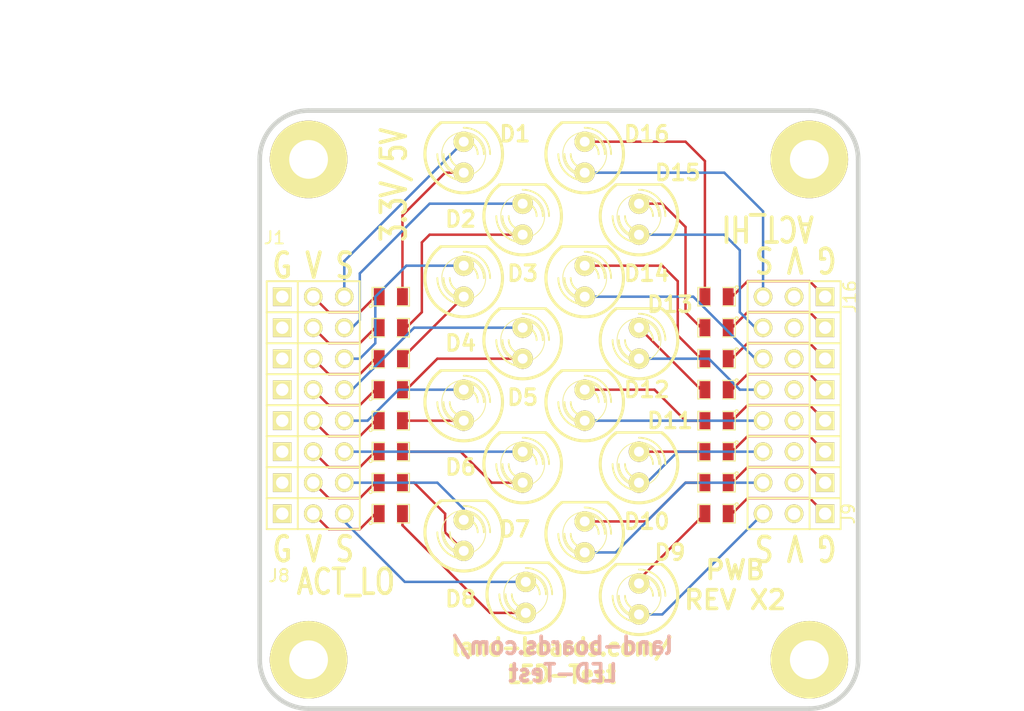
<source format=kicad_pcb>
(kicad_pcb (version 3) (host pcbnew "(2013-05-31 BZR 4019)-stable")

  (general
    (links 48)
    (no_connects 0)
    (area 133.617999 71.494801 222.382002 129.222501)
    (thickness 1.6002)
    (drawings 25)
    (tracks 161)
    (zones 0)
    (modules 52)
    (nets 49)
  )

  (page A4)
  (layers
    (15 Front signal)
    (0 Back signal)
    (20 B.SilkS user)
    (21 F.SilkS user)
    (22 B.Mask user)
    (23 F.Mask user)
    (24 Dwgs.User user)
    (25 Cmts.User user)
    (28 Edge.Cuts user)
  )

  (setup
    (last_trace_width 0.2032)
    (user_trace_width 0.635)
    (trace_clearance 0.254)
    (zone_clearance 0.3048)
    (zone_45_only no)
    (trace_min 0.2032)
    (segment_width 0.381)
    (edge_width 0.381)
    (via_size 0.889)
    (via_drill 0.635)
    (via_min_size 0.889)
    (via_min_drill 0.508)
    (uvia_size 0.508)
    (uvia_drill 0.127)
    (uvias_allowed no)
    (uvia_min_size 0.508)
    (uvia_min_drill 0.127)
    (pcb_text_width 0.3048)
    (pcb_text_size 1.524 2.032)
    (mod_edge_width 0.381)
    (mod_text_size 1.27 1.27)
    (mod_text_width 0.254)
    (pad_size 1.6764 1.6764)
    (pad_drill 0.8128)
    (pad_to_mask_clearance 0.254)
    (aux_axis_origin 0 0)
    (visible_elements 7FFFFFBF)
    (pcbplotparams
      (layerselection 284196865)
      (usegerberextensions true)
      (excludeedgelayer true)
      (linewidth 0.150000)
      (plotframeref false)
      (viasonmask false)
      (mode 1)
      (useauxorigin false)
      (hpglpennumber 1)
      (hpglpenspeed 20)
      (hpglpendiameter 15)
      (hpglpenoverlay 0)
      (psnegative false)
      (psa4output false)
      (plotreference true)
      (plotvalue false)
      (plotothertext false)
      (plotinvisibletext false)
      (padsonsilk false)
      (subtractmaskfromsilk false)
      (outputformat 1)
      (mirror false)
      (drillshape 0)
      (scaleselection 1)
      (outputdirectory plots/))
  )

  (net 0 "")
  (net 1 N-0000010)
  (net 2 N-0000013)
  (net 3 N-0000014)
  (net 4 N-0000015)
  (net 5 N-0000016)
  (net 6 N-0000017)
  (net 7 N-0000018)
  (net 8 N-000002)
  (net 9 N-0000020)
  (net 10 N-0000021)
  (net 11 N-0000022)
  (net 12 N-0000023)
  (net 13 N-0000025)
  (net 14 N-0000026)
  (net 15 N-0000027)
  (net 16 N-0000029)
  (net 17 N-0000030)
  (net 18 N-0000031)
  (net 19 N-0000032)
  (net 20 N-0000034)
  (net 21 N-0000036)
  (net 22 N-0000037)
  (net 23 N-0000038)
  (net 24 N-0000039)
  (net 25 N-000004)
  (net 26 N-0000040)
  (net 27 N-0000041)
  (net 28 N-0000043)
  (net 29 N-0000044)
  (net 30 N-0000049)
  (net 31 N-000005)
  (net 32 N-0000050)
  (net 33 N-0000052)
  (net 34 N-0000056)
  (net 35 N-0000057)
  (net 36 N-0000058)
  (net 37 N-0000059)
  (net 38 N-000006)
  (net 39 N-0000061)
  (net 40 N-0000062)
  (net 41 N-0000064)
  (net 42 N-0000065)
  (net 43 N-0000066)
  (net 44 N-0000067)
  (net 45 N-0000068)
  (net 46 N-000007)
  (net 47 N-000008)
  (net 48 N-000009)

  (net_class Default "This is the default net class."
    (clearance 0.254)
    (trace_width 0.2032)
    (via_dia 0.889)
    (via_drill 0.635)
    (uvia_dia 0.508)
    (uvia_drill 0.127)
    (add_net "")
    (add_net N-0000010)
    (add_net N-0000013)
    (add_net N-0000014)
    (add_net N-0000015)
    (add_net N-0000016)
    (add_net N-0000017)
    (add_net N-0000018)
    (add_net N-000002)
    (add_net N-0000020)
    (add_net N-0000021)
    (add_net N-0000022)
    (add_net N-0000023)
    (add_net N-0000025)
    (add_net N-0000026)
    (add_net N-0000027)
    (add_net N-0000029)
    (add_net N-0000030)
    (add_net N-0000031)
    (add_net N-0000032)
    (add_net N-0000034)
    (add_net N-0000036)
    (add_net N-0000037)
    (add_net N-0000038)
    (add_net N-0000039)
    (add_net N-000004)
    (add_net N-0000040)
    (add_net N-0000041)
    (add_net N-0000043)
    (add_net N-0000044)
    (add_net N-0000049)
    (add_net N-000005)
    (add_net N-0000050)
    (add_net N-0000052)
    (add_net N-0000056)
    (add_net N-0000057)
    (add_net N-0000058)
    (add_net N-0000059)
    (add_net N-000006)
    (add_net N-0000061)
    (add_net N-0000062)
    (add_net N-0000064)
    (add_net N-0000065)
    (add_net N-0000066)
    (add_net N-0000067)
    (add_net N-0000068)
    (add_net N-000007)
    (add_net N-000008)
    (add_net N-000009)
  )

  (module LED-5MM (layer Front) (tedit 53B2BD1E) (tstamp 50D9D284)
    (at 171.704 114.808 90)
    (descr "LED 5mm - Lead pitch 100mil (2,54mm)")
    (tags "LED led 5mm 5MM 100mil 2,54mm")
    (path /53B2AA15)
    (attr virtual)
    (fp_text reference D7 (at 0.508 4.191 180) (layer F.SilkS)
      (effects (font (size 1.27 1.27) (thickness 0.254)))
    )
    (fp_text value LED (at 0 3.81 90) (layer F.SilkS) hide
      (effects (font (size 0.762 0.762) (thickness 0.0889)))
    )
    (fp_line (start 2.8448 1.905) (end 2.8448 -1.905) (layer F.SilkS) (width 0.2032))
    (fp_circle (center 0.254 0) (end -1.016 1.27) (layer F.SilkS) (width 0.0762))
    (fp_arc (start 0.254 0) (end 2.794 1.905) (angle 286.2) (layer F.SilkS) (width 0.254))
    (fp_arc (start 0.254 0) (end -0.889 0) (angle 90) (layer F.SilkS) (width 0.1524))
    (fp_arc (start 0.254 0) (end 1.397 0) (angle 90) (layer F.SilkS) (width 0.1524))
    (fp_arc (start 0.254 0) (end -1.397 0) (angle 90) (layer F.SilkS) (width 0.1524))
    (fp_arc (start 0.254 0) (end 1.905 0) (angle 90) (layer F.SilkS) (width 0.1524))
    (fp_arc (start 0.254 0) (end -1.905 0) (angle 90) (layer F.SilkS) (width 0.1524))
    (fp_arc (start 0.254 0) (end 2.413 0) (angle 90) (layer F.SilkS) (width 0.1524))
    (pad 1 thru_hole circle (at -1.27 0 90) (size 1.6764 1.6764) (drill 0.812799)
      (layers *.Cu *.Mask F.SilkS)
      (net 37 N-0000059)
    )
    (pad 2 thru_hole circle (at 1.27 0 90) (size 1.6764 1.6764) (drill 0.812799)
      (layers *.Cu *.Mask F.SilkS)
      (net 40 N-0000062)
    )
    (model discret/leds/led5_vertical_verde.wrl
      (at (xyz 0 0 0))
      (scale (xyz 1 1 1))
      (rotate (xyz 0 0 0))
    )
  )

  (module LED-5MM (layer Front) (tedit 53B2BCE0) (tstamp 50D9D27A)
    (at 181.61 104.14 90)
    (descr "LED 5mm - Lead pitch 100mil (2,54mm)")
    (tags "LED led 5mm 5MM 100mil 2,54mm")
    (path /53B2AA93)
    (attr virtual)
    (fp_text reference D12 (at 1.27 5.08 180) (layer F.SilkS)
      (effects (font (size 1.27 1.27) (thickness 0.254)))
    )
    (fp_text value LED (at 0 3.81 90) (layer F.SilkS) hide
      (effects (font (size 0.762 0.762) (thickness 0.0889)))
    )
    (fp_line (start 2.8448 1.905) (end 2.8448 -1.905) (layer F.SilkS) (width 0.2032))
    (fp_circle (center 0.254 0) (end -1.016 1.27) (layer F.SilkS) (width 0.0762))
    (fp_arc (start 0.254 0) (end 2.794 1.905) (angle 286.2) (layer F.SilkS) (width 0.254))
    (fp_arc (start 0.254 0) (end -0.889 0) (angle 90) (layer F.SilkS) (width 0.1524))
    (fp_arc (start 0.254 0) (end 1.397 0) (angle 90) (layer F.SilkS) (width 0.1524))
    (fp_arc (start 0.254 0) (end -1.397 0) (angle 90) (layer F.SilkS) (width 0.1524))
    (fp_arc (start 0.254 0) (end 1.905 0) (angle 90) (layer F.SilkS) (width 0.1524))
    (fp_arc (start 0.254 0) (end -1.905 0) (angle 90) (layer F.SilkS) (width 0.1524))
    (fp_arc (start 0.254 0) (end 2.413 0) (angle 90) (layer F.SilkS) (width 0.1524))
    (pad 1 thru_hole circle (at -1.27 0 90) (size 1.6764 1.6764) (drill 0.812799)
      (layers *.Cu *.Mask F.SilkS)
      (net 5 N-0000016)
    )
    (pad 2 thru_hole circle (at 1.27 0 90) (size 1.6764 1.6764) (drill 0.812799)
      (layers *.Cu *.Mask F.SilkS)
      (net 48 N-000009)
    )
    (model discret/leds/led5_vertical_verde.wrl
      (at (xyz 0 0 0))
      (scale (xyz 1 1 1))
      (rotate (xyz 0 0 0))
    )
  )

  (module LED-5MM (layer Front) (tedit 53B2BCFB) (tstamp 50D9D27C)
    (at 186.055 109.22 90)
    (descr "LED 5mm - Lead pitch 100mil (2,54mm)")
    (tags "LED led 5mm 5MM 100mil 2,54mm")
    (path /53B2AA7C)
    (attr virtual)
    (fp_text reference D11 (at 3.81 2.54 180) (layer F.SilkS)
      (effects (font (size 1.27 1.27) (thickness 0.254)))
    )
    (fp_text value LED (at 0 3.81 90) (layer F.SilkS) hide
      (effects (font (size 0.762 0.762) (thickness 0.0889)))
    )
    (fp_line (start 2.8448 1.905) (end 2.8448 -1.905) (layer F.SilkS) (width 0.2032))
    (fp_circle (center 0.254 0) (end -1.016 1.27) (layer F.SilkS) (width 0.0762))
    (fp_arc (start 0.254 0) (end 2.794 1.905) (angle 286.2) (layer F.SilkS) (width 0.254))
    (fp_arc (start 0.254 0) (end -0.889 0) (angle 90) (layer F.SilkS) (width 0.1524))
    (fp_arc (start 0.254 0) (end 1.397 0) (angle 90) (layer F.SilkS) (width 0.1524))
    (fp_arc (start 0.254 0) (end -1.397 0) (angle 90) (layer F.SilkS) (width 0.1524))
    (fp_arc (start 0.254 0) (end 1.905 0) (angle 90) (layer F.SilkS) (width 0.1524))
    (fp_arc (start 0.254 0) (end -1.905 0) (angle 90) (layer F.SilkS) (width 0.1524))
    (fp_arc (start 0.254 0) (end 2.413 0) (angle 90) (layer F.SilkS) (width 0.1524))
    (pad 1 thru_hole circle (at -1.27 0 90) (size 1.6764 1.6764) (drill 0.812799)
      (layers *.Cu *.Mask F.SilkS)
      (net 47 N-000008)
    )
    (pad 2 thru_hole circle (at 1.27 0 90) (size 1.6764 1.6764) (drill 0.812799)
      (layers *.Cu *.Mask F.SilkS)
      (net 38 N-000006)
    )
    (model discret/leds/led5_vertical_verde.wrl
      (at (xyz 0 0 0))
      (scale (xyz 1 1 1))
      (rotate (xyz 0 0 0))
    )
  )

  (module LED-5MM (layer Front) (tedit 53B2BD06) (tstamp 50D9D27E)
    (at 181.61 114.935 90)
    (descr "LED 5mm - Lead pitch 100mil (2,54mm)")
    (tags "LED led 5mm 5MM 100mil 2,54mm")
    (path /53B2AA65)
    (attr virtual)
    (fp_text reference D10 (at 1.27 5.08 180) (layer F.SilkS)
      (effects (font (size 1.27 1.27) (thickness 0.254)))
    )
    (fp_text value LED (at 0 3.81 90) (layer F.SilkS) hide
      (effects (font (size 0.762 0.762) (thickness 0.0889)))
    )
    (fp_line (start 2.8448 1.905) (end 2.8448 -1.905) (layer F.SilkS) (width 0.2032))
    (fp_circle (center 0.254 0) (end -1.016 1.27) (layer F.SilkS) (width 0.0762))
    (fp_arc (start 0.254 0) (end 2.794 1.905) (angle 286.2) (layer F.SilkS) (width 0.254))
    (fp_arc (start 0.254 0) (end -0.889 0) (angle 90) (layer F.SilkS) (width 0.1524))
    (fp_arc (start 0.254 0) (end 1.397 0) (angle 90) (layer F.SilkS) (width 0.1524))
    (fp_arc (start 0.254 0) (end -1.397 0) (angle 90) (layer F.SilkS) (width 0.1524))
    (fp_arc (start 0.254 0) (end 1.905 0) (angle 90) (layer F.SilkS) (width 0.1524))
    (fp_arc (start 0.254 0) (end -1.905 0) (angle 90) (layer F.SilkS) (width 0.1524))
    (fp_arc (start 0.254 0) (end 2.413 0) (angle 90) (layer F.SilkS) (width 0.1524))
    (pad 1 thru_hole circle (at -1.27 0 90) (size 1.6764 1.6764) (drill 0.812799)
      (layers *.Cu *.Mask F.SilkS)
      (net 25 N-000004)
    )
    (pad 2 thru_hole circle (at 1.27 0 90) (size 1.6764 1.6764) (drill 0.812799)
      (layers *.Cu *.Mask F.SilkS)
      (net 31 N-000005)
    )
    (model discret/leds/led5_vertical_verde.wrl
      (at (xyz 0 0 0))
      (scale (xyz 1 1 1))
      (rotate (xyz 0 0 0))
    )
  )

  (module LED-5MM (layer Front) (tedit 53B2BD08) (tstamp 50D9D280)
    (at 186.055 120.015 90)
    (descr "LED 5mm - Lead pitch 100mil (2,54mm)")
    (tags "LED led 5mm 5MM 100mil 2,54mm")
    (path /53B2AA47)
    (attr virtual)
    (fp_text reference D9 (at 3.81 2.54 180) (layer F.SilkS)
      (effects (font (size 1.27 1.27) (thickness 0.254)))
    )
    (fp_text value LED (at 0 3.81 90) (layer F.SilkS) hide
      (effects (font (size 0.762 0.762) (thickness 0.0889)))
    )
    (fp_line (start 2.8448 1.905) (end 2.8448 -1.905) (layer F.SilkS) (width 0.2032))
    (fp_circle (center 0.254 0) (end -1.016 1.27) (layer F.SilkS) (width 0.0762))
    (fp_arc (start 0.254 0) (end 2.794 1.905) (angle 286.2) (layer F.SilkS) (width 0.254))
    (fp_arc (start 0.254 0) (end -0.889 0) (angle 90) (layer F.SilkS) (width 0.1524))
    (fp_arc (start 0.254 0) (end 1.397 0) (angle 90) (layer F.SilkS) (width 0.1524))
    (fp_arc (start 0.254 0) (end -1.397 0) (angle 90) (layer F.SilkS) (width 0.1524))
    (fp_arc (start 0.254 0) (end 1.905 0) (angle 90) (layer F.SilkS) (width 0.1524))
    (fp_arc (start 0.254 0) (end -1.905 0) (angle 90) (layer F.SilkS) (width 0.1524))
    (fp_arc (start 0.254 0) (end 2.413 0) (angle 90) (layer F.SilkS) (width 0.1524))
    (pad 1 thru_hole circle (at -1.27 0 90) (size 1.6764 1.6764) (drill 0.812799)
      (layers *.Cu *.Mask F.SilkS)
      (net 9 N-0000020)
    )
    (pad 2 thru_hole circle (at 1.27 0 90) (size 1.6764 1.6764) (drill 0.812799)
      (layers *.Cu *.Mask F.SilkS)
      (net 6 N-0000017)
    )
    (model discret/leds/led5_vertical_verde.wrl
      (at (xyz 0 0 0))
      (scale (xyz 1 1 1))
      (rotate (xyz 0 0 0))
    )
  )

  (module LED-5MM (layer Front) (tedit 53B2BD28) (tstamp 50D9D282)
    (at 176.784 119.888 90)
    (descr "LED 5mm - Lead pitch 100mil (2,54mm)")
    (tags "LED led 5mm 5MM 100mil 2,54mm")
    (path /53B2AA2E)
    (attr virtual)
    (fp_text reference D8 (at -0.127 -5.334 180) (layer F.SilkS)
      (effects (font (size 1.27 1.27) (thickness 0.254)))
    )
    (fp_text value LED (at 0 3.81 90) (layer F.SilkS) hide
      (effects (font (size 0.762 0.762) (thickness 0.0889)))
    )
    (fp_line (start 2.8448 1.905) (end 2.8448 -1.905) (layer F.SilkS) (width 0.2032))
    (fp_circle (center 0.254 0) (end -1.016 1.27) (layer F.SilkS) (width 0.0762))
    (fp_arc (start 0.254 0) (end 2.794 1.905) (angle 286.2) (layer F.SilkS) (width 0.254))
    (fp_arc (start 0.254 0) (end -0.889 0) (angle 90) (layer F.SilkS) (width 0.1524))
    (fp_arc (start 0.254 0) (end 1.397 0) (angle 90) (layer F.SilkS) (width 0.1524))
    (fp_arc (start 0.254 0) (end -1.397 0) (angle 90) (layer F.SilkS) (width 0.1524))
    (fp_arc (start 0.254 0) (end 1.905 0) (angle 90) (layer F.SilkS) (width 0.1524))
    (fp_arc (start 0.254 0) (end -1.905 0) (angle 90) (layer F.SilkS) (width 0.1524))
    (fp_arc (start 0.254 0) (end 2.413 0) (angle 90) (layer F.SilkS) (width 0.1524))
    (pad 1 thru_hole circle (at -1.27 0 90) (size 1.6764 1.6764) (drill 0.812799)
      (layers *.Cu *.Mask F.SilkS)
      (net 4 N-0000015)
    )
    (pad 2 thru_hole circle (at 1.27 0 90) (size 1.6764 1.6764) (drill 0.812799)
      (layers *.Cu *.Mask F.SilkS)
      (net 3 N-0000014)
    )
    (model discret/leds/led5_vertical_verde.wrl
      (at (xyz 0 0 0))
      (scale (xyz 1 1 1))
      (rotate (xyz 0 0 0))
    )
  )

  (module LED-5MM (layer Front) (tedit 53B2BD26) (tstamp 50D9D286)
    (at 176.53 109.22 90)
    (descr "LED 5mm - Lead pitch 100mil (2,54mm)")
    (tags "LED led 5mm 5MM 100mil 2,54mm")
    (path /53B2A9FC)
    (attr virtual)
    (fp_text reference D6 (at 0 -5.08 180) (layer F.SilkS)
      (effects (font (size 1.27 1.27) (thickness 0.254)))
    )
    (fp_text value LED (at 0 3.81 90) (layer F.SilkS) hide
      (effects (font (size 0.762 0.762) (thickness 0.0889)))
    )
    (fp_line (start 2.8448 1.905) (end 2.8448 -1.905) (layer F.SilkS) (width 0.2032))
    (fp_circle (center 0.254 0) (end -1.016 1.27) (layer F.SilkS) (width 0.0762))
    (fp_arc (start 0.254 0) (end 2.794 1.905) (angle 286.2) (layer F.SilkS) (width 0.254))
    (fp_arc (start 0.254 0) (end -0.889 0) (angle 90) (layer F.SilkS) (width 0.1524))
    (fp_arc (start 0.254 0) (end 1.397 0) (angle 90) (layer F.SilkS) (width 0.1524))
    (fp_arc (start 0.254 0) (end -1.397 0) (angle 90) (layer F.SilkS) (width 0.1524))
    (fp_arc (start 0.254 0) (end 1.905 0) (angle 90) (layer F.SilkS) (width 0.1524))
    (fp_arc (start 0.254 0) (end -1.905 0) (angle 90) (layer F.SilkS) (width 0.1524))
    (fp_arc (start 0.254 0) (end 2.413 0) (angle 90) (layer F.SilkS) (width 0.1524))
    (pad 1 thru_hole circle (at -1.27 0 90) (size 1.6764 1.6764) (drill 0.812799)
      (layers *.Cu *.Mask F.SilkS)
      (net 36 N-0000058)
    )
    (pad 2 thru_hole circle (at 1.27 0 90) (size 1.6764 1.6764) (drill 0.812799)
      (layers *.Cu *.Mask F.SilkS)
      (net 35 N-0000057)
    )
    (model discret/leds/led5_vertical_verde.wrl
      (at (xyz 0 0 0))
      (scale (xyz 1 1 1))
      (rotate (xyz 0 0 0))
    )
  )

  (module LED-5MM (layer Front) (tedit 53B2BCB5) (tstamp 50D9D288)
    (at 171.704 104.14 90)
    (descr "LED 5mm - Lead pitch 100mil (2,54mm)")
    (tags "LED led 5mm 5MM 100mil 2,54mm")
    (path /53B2A9E3)
    (attr virtual)
    (fp_text reference D5 (at 0.635 4.826 180) (layer F.SilkS)
      (effects (font (size 1.27 1.27) (thickness 0.254)))
    )
    (fp_text value LED (at 0 3.81 90) (layer F.SilkS) hide
      (effects (font (size 0.762 0.762) (thickness 0.0889)))
    )
    (fp_line (start 2.8448 1.905) (end 2.8448 -1.905) (layer F.SilkS) (width 0.2032))
    (fp_circle (center 0.254 0) (end -1.016 1.27) (layer F.SilkS) (width 0.0762))
    (fp_arc (start 0.254 0) (end 2.794 1.905) (angle 286.2) (layer F.SilkS) (width 0.254))
    (fp_arc (start 0.254 0) (end -0.889 0) (angle 90) (layer F.SilkS) (width 0.1524))
    (fp_arc (start 0.254 0) (end 1.397 0) (angle 90) (layer F.SilkS) (width 0.1524))
    (fp_arc (start 0.254 0) (end -1.397 0) (angle 90) (layer F.SilkS) (width 0.1524))
    (fp_arc (start 0.254 0) (end 1.905 0) (angle 90) (layer F.SilkS) (width 0.1524))
    (fp_arc (start 0.254 0) (end -1.905 0) (angle 90) (layer F.SilkS) (width 0.1524))
    (fp_arc (start 0.254 0) (end 2.413 0) (angle 90) (layer F.SilkS) (width 0.1524))
    (pad 1 thru_hole circle (at -1.27 0 90) (size 1.6764 1.6764) (drill 0.812799)
      (layers *.Cu *.Mask F.SilkS)
      (net 43 N-0000066)
    )
    (pad 2 thru_hole circle (at 1.27 0 90) (size 1.6764 1.6764) (drill 0.812799)
      (layers *.Cu *.Mask F.SilkS)
      (net 45 N-0000068)
    )
    (model discret/leds/led5_vertical_verde.wrl
      (at (xyz 0 0 0))
      (scale (xyz 1 1 1))
      (rotate (xyz 0 0 0))
    )
  )

  (module LED-5MM (layer Front) (tedit 53B2BD16) (tstamp 50D9D28A)
    (at 176.53 99.06 90)
    (descr "LED 5mm - Lead pitch 100mil (2,54mm)")
    (tags "LED led 5mm 5MM 100mil 2,54mm")
    (path /53B2A9CA)
    (attr virtual)
    (fp_text reference D4 (at 0 -5.08 180) (layer F.SilkS)
      (effects (font (size 1.27 1.27) (thickness 0.254)))
    )
    (fp_text value LED (at 0 3.81 90) (layer F.SilkS) hide
      (effects (font (size 0.762 0.762) (thickness 0.0889)))
    )
    (fp_line (start 2.8448 1.905) (end 2.8448 -1.905) (layer F.SilkS) (width 0.2032))
    (fp_circle (center 0.254 0) (end -1.016 1.27) (layer F.SilkS) (width 0.0762))
    (fp_arc (start 0.254 0) (end 2.794 1.905) (angle 286.2) (layer F.SilkS) (width 0.254))
    (fp_arc (start 0.254 0) (end -0.889 0) (angle 90) (layer F.SilkS) (width 0.1524))
    (fp_arc (start 0.254 0) (end 1.397 0) (angle 90) (layer F.SilkS) (width 0.1524))
    (fp_arc (start 0.254 0) (end -1.397 0) (angle 90) (layer F.SilkS) (width 0.1524))
    (fp_arc (start 0.254 0) (end 1.905 0) (angle 90) (layer F.SilkS) (width 0.1524))
    (fp_arc (start 0.254 0) (end -1.905 0) (angle 90) (layer F.SilkS) (width 0.1524))
    (fp_arc (start 0.254 0) (end 2.413 0) (angle 90) (layer F.SilkS) (width 0.1524))
    (pad 1 thru_hole circle (at -1.27 0 90) (size 1.6764 1.6764) (drill 0.812799)
      (layers *.Cu *.Mask F.SilkS)
      (net 29 N-0000044)
    )
    (pad 2 thru_hole circle (at 1.27 0 90) (size 1.6764 1.6764) (drill 0.812799)
      (layers *.Cu *.Mask F.SilkS)
      (net 42 N-0000065)
    )
    (model discret/leds/led5_vertical_verde.wrl
      (at (xyz 0 0 0))
      (scale (xyz 1 1 1))
      (rotate (xyz 0 0 0))
    )
  )

  (module LED-5MM (layer Front) (tedit 53B2BC9F) (tstamp 50D9D28C)
    (at 171.704 93.98 90)
    (descr "LED 5mm - Lead pitch 100mil (2,54mm)")
    (tags "LED led 5mm 5MM 100mil 2,54mm")
    (path /53B2A9B1)
    (attr virtual)
    (fp_text reference D3 (at 0.635 4.826 180) (layer F.SilkS)
      (effects (font (size 1.27 1.27) (thickness 0.254)))
    )
    (fp_text value LED (at 0 3.81 90) (layer F.SilkS) hide
      (effects (font (size 0.762 0.762) (thickness 0.0889)))
    )
    (fp_line (start 2.8448 1.905) (end 2.8448 -1.905) (layer F.SilkS) (width 0.2032))
    (fp_circle (center 0.254 0) (end -1.016 1.27) (layer F.SilkS) (width 0.0762))
    (fp_arc (start 0.254 0) (end 2.794 1.905) (angle 286.2) (layer F.SilkS) (width 0.254))
    (fp_arc (start 0.254 0) (end -0.889 0) (angle 90) (layer F.SilkS) (width 0.1524))
    (fp_arc (start 0.254 0) (end 1.397 0) (angle 90) (layer F.SilkS) (width 0.1524))
    (fp_arc (start 0.254 0) (end -1.397 0) (angle 90) (layer F.SilkS) (width 0.1524))
    (fp_arc (start 0.254 0) (end 1.905 0) (angle 90) (layer F.SilkS) (width 0.1524))
    (fp_arc (start 0.254 0) (end -1.905 0) (angle 90) (layer F.SilkS) (width 0.1524))
    (fp_arc (start 0.254 0) (end 2.413 0) (angle 90) (layer F.SilkS) (width 0.1524))
    (pad 1 thru_hole circle (at -1.27 0 90) (size 1.6764 1.6764) (drill 0.812799)
      (layers *.Cu *.Mask F.SilkS)
      (net 27 N-0000041)
    )
    (pad 2 thru_hole circle (at 1.27 0 90) (size 1.6764 1.6764) (drill 0.812799)
      (layers *.Cu *.Mask F.SilkS)
      (net 28 N-0000043)
    )
    (model discret/leds/led5_vertical_verde.wrl
      (at (xyz 0 0 0))
      (scale (xyz 1 1 1))
      (rotate (xyz 0 0 0))
    )
  )

  (module LED-5MM (layer Front) (tedit 53B2BD13) (tstamp 50D9D28E)
    (at 176.53 88.9 90)
    (descr "LED 5mm - Lead pitch 100mil (2,54mm)")
    (tags "LED led 5mm 5MM 100mil 2,54mm")
    (path /53B2A998)
    (attr virtual)
    (fp_text reference D2 (at 0 -5.08 180) (layer F.SilkS)
      (effects (font (size 1.27 1.27) (thickness 0.254)))
    )
    (fp_text value LED (at 0 3.81 90) (layer F.SilkS) hide
      (effects (font (size 0.762 0.762) (thickness 0.0889)))
    )
    (fp_line (start 2.8448 1.905) (end 2.8448 -1.905) (layer F.SilkS) (width 0.2032))
    (fp_circle (center 0.254 0) (end -1.016 1.27) (layer F.SilkS) (width 0.0762))
    (fp_arc (start 0.254 0) (end 2.794 1.905) (angle 286.2) (layer F.SilkS) (width 0.254))
    (fp_arc (start 0.254 0) (end -0.889 0) (angle 90) (layer F.SilkS) (width 0.1524))
    (fp_arc (start 0.254 0) (end 1.397 0) (angle 90) (layer F.SilkS) (width 0.1524))
    (fp_arc (start 0.254 0) (end -1.397 0) (angle 90) (layer F.SilkS) (width 0.1524))
    (fp_arc (start 0.254 0) (end 1.905 0) (angle 90) (layer F.SilkS) (width 0.1524))
    (fp_arc (start 0.254 0) (end -1.905 0) (angle 90) (layer F.SilkS) (width 0.1524))
    (fp_arc (start 0.254 0) (end 2.413 0) (angle 90) (layer F.SilkS) (width 0.1524))
    (pad 1 thru_hole circle (at -1.27 0 90) (size 1.6764 1.6764) (drill 0.812799)
      (layers *.Cu *.Mask F.SilkS)
      (net 26 N-0000040)
    )
    (pad 2 thru_hole circle (at 1.27 0 90) (size 1.6764 1.6764) (drill 0.812799)
      (layers *.Cu *.Mask F.SilkS)
      (net 23 N-0000038)
    )
    (model discret/leds/led5_vertical_verde.wrl
      (at (xyz 0 0 0))
      (scale (xyz 1 1 1))
      (rotate (xyz 0 0 0))
    )
  )

  (module LED-5MM (layer Front) (tedit 53B2BC9C) (tstamp 50D9D290)
    (at 171.704 83.82 90)
    (descr "LED 5mm - Lead pitch 100mil (2,54mm)")
    (tags "LED led 5mm 5MM 100mil 2,54mm")
    (path /51B4B975)
    (attr virtual)
    (fp_text reference D1 (at 1.905 4.191 180) (layer F.SilkS)
      (effects (font (size 1.27 1.27) (thickness 0.254)))
    )
    (fp_text value LED (at 0 3.81 90) (layer F.SilkS) hide
      (effects (font (size 0.762 0.762) (thickness 0.0889)))
    )
    (fp_line (start 2.8448 1.905) (end 2.8448 -1.905) (layer F.SilkS) (width 0.2032))
    (fp_circle (center 0.254 0) (end -1.016 1.27) (layer F.SilkS) (width 0.0762))
    (fp_arc (start 0.254 0) (end 2.794 1.905) (angle 286.2) (layer F.SilkS) (width 0.254))
    (fp_arc (start 0.254 0) (end -0.889 0) (angle 90) (layer F.SilkS) (width 0.1524))
    (fp_arc (start 0.254 0) (end 1.397 0) (angle 90) (layer F.SilkS) (width 0.1524))
    (fp_arc (start 0.254 0) (end -1.397 0) (angle 90) (layer F.SilkS) (width 0.1524))
    (fp_arc (start 0.254 0) (end 1.905 0) (angle 90) (layer F.SilkS) (width 0.1524))
    (fp_arc (start 0.254 0) (end -1.905 0) (angle 90) (layer F.SilkS) (width 0.1524))
    (fp_arc (start 0.254 0) (end 2.413 0) (angle 90) (layer F.SilkS) (width 0.1524))
    (pad 1 thru_hole circle (at -1.27 0 90) (size 1.6764 1.6764) (drill 0.812799)
      (layers *.Cu *.Mask F.SilkS)
      (net 30 N-0000049)
    )
    (pad 2 thru_hole circle (at 1.27 0 90) (size 1.6764 1.6764) (drill 0.812799)
      (layers *.Cu *.Mask F.SilkS)
      (net 32 N-0000050)
    )
    (model discret/leds/led5_vertical_verde.wrl
      (at (xyz 0 0 0))
      (scale (xyz 1 1 1))
      (rotate (xyz 0 0 0))
    )
  )

  (module LED-5MM (layer Front) (tedit 53B2BC99) (tstamp 51B4F634)
    (at 181.61 83.82 90)
    (descr "LED 5mm - Lead pitch 100mil (2,54mm)")
    (tags "LED led 5mm 5MM 100mil 2,54mm")
    (path /53B2AAEF)
    (attr virtual)
    (fp_text reference D16 (at 1.905 5.08 180) (layer F.SilkS)
      (effects (font (size 1.27 1.27) (thickness 0.254)))
    )
    (fp_text value LED (at 0 3.81 90) (layer F.SilkS) hide
      (effects (font (size 0.762 0.762) (thickness 0.0889)))
    )
    (fp_line (start 2.8448 1.905) (end 2.8448 -1.905) (layer F.SilkS) (width 0.2032))
    (fp_circle (center 0.254 0) (end -1.016 1.27) (layer F.SilkS) (width 0.0762))
    (fp_arc (start 0.254 0) (end 2.794 1.905) (angle 286.2) (layer F.SilkS) (width 0.254))
    (fp_arc (start 0.254 0) (end -0.889 0) (angle 90) (layer F.SilkS) (width 0.1524))
    (fp_arc (start 0.254 0) (end 1.397 0) (angle 90) (layer F.SilkS) (width 0.1524))
    (fp_arc (start 0.254 0) (end -1.397 0) (angle 90) (layer F.SilkS) (width 0.1524))
    (fp_arc (start 0.254 0) (end 1.905 0) (angle 90) (layer F.SilkS) (width 0.1524))
    (fp_arc (start 0.254 0) (end -1.905 0) (angle 90) (layer F.SilkS) (width 0.1524))
    (fp_arc (start 0.254 0) (end 2.413 0) (angle 90) (layer F.SilkS) (width 0.1524))
    (pad 1 thru_hole circle (at -1.27 0 90) (size 1.6764 1.6764) (drill 0.8128)
      (layers *.Cu *.Mask F.SilkS)
      (net 16 N-0000029)
    )
    (pad 2 thru_hole circle (at 1.27 0 90) (size 1.6764 1.6764) (drill 0.8128)
      (layers *.Cu *.Mask F.SilkS)
      (net 14 N-0000026)
    )
    (model discret/leds/led5_vertical_verde.wrl
      (at (xyz 0 0 0))
      (scale (xyz 1 1 1))
      (rotate (xyz 0 0 0))
    )
  )

  (module LED-5MM (layer Front) (tedit 53B2BCAA) (tstamp 51B4F661)
    (at 186.055 99.06 90)
    (descr "LED 5mm - Lead pitch 100mil (2,54mm)")
    (tags "LED led 5mm 5MM 100mil 2,54mm")
    (path /53B2AAAA)
    (attr virtual)
    (fp_text reference D13 (at 3.175 2.54 180) (layer F.SilkS)
      (effects (font (size 1.27 1.27) (thickness 0.254)))
    )
    (fp_text value LED (at 0 3.81 90) (layer F.SilkS) hide
      (effects (font (size 0.762 0.762) (thickness 0.0889)))
    )
    (fp_line (start 2.8448 1.905) (end 2.8448 -1.905) (layer F.SilkS) (width 0.2032))
    (fp_circle (center 0.254 0) (end -1.016 1.27) (layer F.SilkS) (width 0.0762))
    (fp_arc (start 0.254 0) (end 2.794 1.905) (angle 286.2) (layer F.SilkS) (width 0.254))
    (fp_arc (start 0.254 0) (end -0.889 0) (angle 90) (layer F.SilkS) (width 0.1524))
    (fp_arc (start 0.254 0) (end 1.397 0) (angle 90) (layer F.SilkS) (width 0.1524))
    (fp_arc (start 0.254 0) (end -1.397 0) (angle 90) (layer F.SilkS) (width 0.1524))
    (fp_arc (start 0.254 0) (end 1.905 0) (angle 90) (layer F.SilkS) (width 0.1524))
    (fp_arc (start 0.254 0) (end -1.905 0) (angle 90) (layer F.SilkS) (width 0.1524))
    (fp_arc (start 0.254 0) (end 2.413 0) (angle 90) (layer F.SilkS) (width 0.1524))
    (pad 1 thru_hole circle (at -1.27 0 90) (size 1.6764 1.6764) (drill 0.8128)
      (layers *.Cu *.Mask F.SilkS)
      (net 17 N-0000030)
    )
    (pad 2 thru_hole circle (at 1.27 0 90) (size 1.6764 1.6764) (drill 0.8128)
      (layers *.Cu *.Mask F.SilkS)
      (net 18 N-0000031)
    )
    (model discret/leds/led5_vertical_verde.wrl
      (at (xyz 0 0 0))
      (scale (xyz 1 1 1))
      (rotate (xyz 0 0 0))
    )
  )

  (module LED-5MM (layer Front) (tedit 53B2BCA4) (tstamp 51B4F670)
    (at 181.61 93.98 90)
    (descr "LED 5mm - Lead pitch 100mil (2,54mm)")
    (tags "LED led 5mm 5MM 100mil 2,54mm")
    (path /53B2AAC1)
    (attr virtual)
    (fp_text reference D14 (at 0.635 5.08 180) (layer F.SilkS)
      (effects (font (size 1.27 1.27) (thickness 0.254)))
    )
    (fp_text value LED (at 0 3.81 90) (layer F.SilkS) hide
      (effects (font (size 0.762 0.762) (thickness 0.0889)))
    )
    (fp_line (start 2.8448 1.905) (end 2.8448 -1.905) (layer F.SilkS) (width 0.2032))
    (fp_circle (center 0.254 0) (end -1.016 1.27) (layer F.SilkS) (width 0.0762))
    (fp_arc (start 0.254 0) (end 2.794 1.905) (angle 286.2) (layer F.SilkS) (width 0.254))
    (fp_arc (start 0.254 0) (end -0.889 0) (angle 90) (layer F.SilkS) (width 0.1524))
    (fp_arc (start 0.254 0) (end 1.397 0) (angle 90) (layer F.SilkS) (width 0.1524))
    (fp_arc (start 0.254 0) (end -1.397 0) (angle 90) (layer F.SilkS) (width 0.1524))
    (fp_arc (start 0.254 0) (end 1.905 0) (angle 90) (layer F.SilkS) (width 0.1524))
    (fp_arc (start 0.254 0) (end -1.905 0) (angle 90) (layer F.SilkS) (width 0.1524))
    (fp_arc (start 0.254 0) (end 2.413 0) (angle 90) (layer F.SilkS) (width 0.1524))
    (pad 1 thru_hole circle (at -1.27 0 90) (size 1.6764 1.6764) (drill 0.8128)
      (layers *.Cu *.Mask F.SilkS)
      (net 21 N-0000036)
    )
    (pad 2 thru_hole circle (at 1.27 0 90) (size 1.6764 1.6764) (drill 0.8128)
      (layers *.Cu *.Mask F.SilkS)
      (net 10 N-0000021)
    )
    (model discret/leds/led5_vertical_verde.wrl
      (at (xyz 0 0 0))
      (scale (xyz 1 1 1))
      (rotate (xyz 0 0 0))
    )
  )

  (module LED-5MM (layer Front) (tedit 53B2BD0D) (tstamp 51B4F67F)
    (at 186.055 88.9 90)
    (descr "LED 5mm - Lead pitch 100mil (2,54mm)")
    (tags "LED led 5mm 5MM 100mil 2,54mm")
    (path /53B2AAD8)
    (attr virtual)
    (fp_text reference D15 (at 3.81 3.175 180) (layer F.SilkS)
      (effects (font (size 1.27 1.27) (thickness 0.254)))
    )
    (fp_text value LED (at 0 3.81 90) (layer F.SilkS) hide
      (effects (font (size 0.762 0.762) (thickness 0.0889)))
    )
    (fp_line (start 2.8448 1.905) (end 2.8448 -1.905) (layer F.SilkS) (width 0.2032))
    (fp_circle (center 0.254 0) (end -1.016 1.27) (layer F.SilkS) (width 0.0762))
    (fp_arc (start 0.254 0) (end 2.794 1.905) (angle 286.2) (layer F.SilkS) (width 0.254))
    (fp_arc (start 0.254 0) (end -0.889 0) (angle 90) (layer F.SilkS) (width 0.1524))
    (fp_arc (start 0.254 0) (end 1.397 0) (angle 90) (layer F.SilkS) (width 0.1524))
    (fp_arc (start 0.254 0) (end -1.397 0) (angle 90) (layer F.SilkS) (width 0.1524))
    (fp_arc (start 0.254 0) (end 1.905 0) (angle 90) (layer F.SilkS) (width 0.1524))
    (fp_arc (start 0.254 0) (end -1.905 0) (angle 90) (layer F.SilkS) (width 0.1524))
    (fp_arc (start 0.254 0) (end 2.413 0) (angle 90) (layer F.SilkS) (width 0.1524))
    (pad 1 thru_hole circle (at -1.27 0 90) (size 1.6764 1.6764) (drill 0.8128)
      (layers *.Cu *.Mask F.SilkS)
      (net 13 N-0000025)
    )
    (pad 2 thru_hole circle (at 1.27 0 90) (size 1.6764 1.6764) (drill 0.8128)
      (layers *.Cu *.Mask F.SilkS)
      (net 11 N-0000022)
    )
    (model discret/leds/led5_vertical_verde.wrl
      (at (xyz 0 0 0))
      (scale (xyz 1 1 1))
      (rotate (xyz 0 0 0))
    )
  )

  (module MTG-4-40 (layer Front) (tedit 50F036E3) (tstamp 51B4F699)
    (at 200 125)
    (path /50D9D700)
    (fp_text reference MTG4 (at -6.858 -0.635) (layer F.SilkS) hide
      (effects (font (size 1.27 1.27) (thickness 0.254)))
    )
    (fp_text value CONN_1 (at 0 -5.08) (layer F.SilkS) hide
      (effects (font (size 1.524 1.524) (thickness 0.3048)))
    )
    (pad 1 thru_hole circle (at 0 0) (size 6.35 6.35) (drill 3.175)
      (layers *.Cu *.Mask F.SilkS)
    )
  )

  (module MTG-4-40 (layer Front) (tedit 50F036E3) (tstamp 51B4F69E)
    (at 159 125)
    (path /50D9D6F9)
    (fp_text reference MTG3 (at -6.858 -0.635) (layer F.SilkS) hide
      (effects (font (size 1.27 1.27) (thickness 0.254)))
    )
    (fp_text value CONN_1 (at 0 -5.08) (layer F.SilkS) hide
      (effects (font (size 1.524 1.524) (thickness 0.3048)))
    )
    (pad 1 thru_hole circle (at 0 0) (size 6.35 6.35) (drill 3.175)
      (layers *.Cu *.Mask F.SilkS)
    )
  )

  (module MTG-4-40 (layer Front) (tedit 50F036E3) (tstamp 51B4F6A3)
    (at 200 84)
    (path /50D9D6F4)
    (fp_text reference MTG2 (at -6.858 -0.635) (layer F.SilkS) hide
      (effects (font (size 1.27 1.27) (thickness 0.254)))
    )
    (fp_text value CONN_1 (at 0 -5.08) (layer F.SilkS) hide
      (effects (font (size 1.524 1.524) (thickness 0.3048)))
    )
    (pad 1 thru_hole circle (at 0 0) (size 6.35 6.35) (drill 3.175)
      (layers *.Cu *.Mask F.SilkS)
    )
  )

  (module MTG-4-40 (layer Front) (tedit 50F036E3) (tstamp 51B4F6A8)
    (at 159 84)
    (path /50D9D6EF)
    (fp_text reference MTG1 (at -6.858 -0.635) (layer F.SilkS) hide
      (effects (font (size 1.27 1.27) (thickness 0.254)))
    )
    (fp_text value CONN_1 (at 0 -5.08) (layer F.SilkS) hide
      (effects (font (size 1.524 1.524) (thickness 0.3048)))
    )
    (pad 1 thru_hole circle (at 0 0) (size 6.35 6.35) (drill 3.175)
      (layers *.Cu *.Mask F.SilkS)
    )
  )

  (module PIN_ARRAY_3X1 (layer Front) (tedit 53B2BE65) (tstamp 53B2A994)
    (at 159.385 97.79)
    (descr "Connecteur 3 pins")
    (tags "CONN DEV")
    (path /53B2A99E)
    (fp_text reference J2 (at 0.254 -2.159) (layer F.SilkS) hide
      (effects (font (size 1.016 1.016) (thickness 0.1524)))
    )
    (fp_text value CONN_3 (at 0 -2.159) (layer F.SilkS) hide
      (effects (font (size 1.016 1.016) (thickness 0.1524)))
    )
    (fp_line (start -3.81 1.27) (end -3.81 -1.27) (layer F.SilkS) (width 0.1524))
    (fp_line (start -3.81 -1.27) (end 3.81 -1.27) (layer F.SilkS) (width 0.1524))
    (fp_line (start 3.81 -1.27) (end 3.81 1.27) (layer F.SilkS) (width 0.1524))
    (fp_line (start 3.81 1.27) (end -3.81 1.27) (layer F.SilkS) (width 0.1524))
    (fp_line (start -1.27 -1.27) (end -1.27 1.27) (layer F.SilkS) (width 0.1524))
    (pad 1 thru_hole rect (at -2.54 0) (size 1.524 1.524) (drill 1.016)
      (layers *.Cu *.Mask F.SilkS)
    )
    (pad 2 thru_hole circle (at 0 0) (size 1.524 1.524) (drill 1.016)
      (layers *.Cu *.Mask F.SilkS)
      (net 24 N-0000039)
    )
    (pad 3 thru_hole circle (at 2.54 0) (size 1.524 1.524) (drill 1.016)
      (layers *.Cu *.Mask F.SilkS)
      (net 23 N-0000038)
    )
    (model pin_array/pins_array_3x1.wrl
      (at (xyz 0 0 0))
      (scale (xyz 1 1 1))
      (rotate (xyz 0 0 0))
    )
  )

  (module PIN_ARRAY_3X1 (layer Front) (tedit 53B69348) (tstamp 53B2A9A0)
    (at 198.755 95.25 180)
    (descr "Connecteur 3 pins")
    (tags "CONN DEV")
    (path /53B2AAF5)
    (fp_text reference J16 (at -4.572 0 270) (layer F.SilkS)
      (effects (font (size 1.016 1.016) (thickness 0.1524)))
    )
    (fp_text value CONN_3 (at 0 -2.159 180) (layer F.SilkS) hide
      (effects (font (size 1.016 1.016) (thickness 0.1524)))
    )
    (fp_line (start -3.81 1.27) (end -3.81 -1.27) (layer F.SilkS) (width 0.1524))
    (fp_line (start -3.81 -1.27) (end 3.81 -1.27) (layer F.SilkS) (width 0.1524))
    (fp_line (start 3.81 -1.27) (end 3.81 1.27) (layer F.SilkS) (width 0.1524))
    (fp_line (start 3.81 1.27) (end -3.81 1.27) (layer F.SilkS) (width 0.1524))
    (fp_line (start -1.27 -1.27) (end -1.27 1.27) (layer F.SilkS) (width 0.1524))
    (pad 1 thru_hole rect (at -2.54 0 180) (size 1.524 1.524) (drill 1.016)
      (layers *.Cu *.Mask F.SilkS)
      (net 15 N-0000027)
    )
    (pad 2 thru_hole circle (at 0 0 180) (size 1.524 1.524) (drill 1.016)
      (layers *.Cu *.Mask F.SilkS)
    )
    (pad 3 thru_hole circle (at 2.54 0 180) (size 1.524 1.524) (drill 1.016)
      (layers *.Cu *.Mask F.SilkS)
      (net 16 N-0000029)
    )
    (model pin_array/pins_array_3x1.wrl
      (at (xyz 0 0 0))
      (scale (xyz 1 1 1))
      (rotate (xyz 0 0 0))
    )
  )

  (module PIN_ARRAY_3X1 (layer Front) (tedit 53B2BE79) (tstamp 53B2A9AC)
    (at 198.755 100.33 180)
    (descr "Connecteur 3 pins")
    (tags "CONN DEV")
    (path /53B2AAC7)
    (fp_text reference J14 (at 0.254 -2.159 180) (layer F.SilkS) hide
      (effects (font (size 1.016 1.016) (thickness 0.1524)))
    )
    (fp_text value CONN_3 (at 0 -2.159 180) (layer F.SilkS) hide
      (effects (font (size 1.016 1.016) (thickness 0.1524)))
    )
    (fp_line (start -3.81 1.27) (end -3.81 -1.27) (layer F.SilkS) (width 0.1524))
    (fp_line (start -3.81 -1.27) (end 3.81 -1.27) (layer F.SilkS) (width 0.1524))
    (fp_line (start 3.81 -1.27) (end 3.81 1.27) (layer F.SilkS) (width 0.1524))
    (fp_line (start 3.81 1.27) (end -3.81 1.27) (layer F.SilkS) (width 0.1524))
    (fp_line (start -1.27 -1.27) (end -1.27 1.27) (layer F.SilkS) (width 0.1524))
    (pad 1 thru_hole rect (at -2.54 0 180) (size 1.524 1.524) (drill 1.016)
      (layers *.Cu *.Mask F.SilkS)
      (net 20 N-0000034)
    )
    (pad 2 thru_hole circle (at 0 0 180) (size 1.524 1.524) (drill 1.016)
      (layers *.Cu *.Mask F.SilkS)
    )
    (pad 3 thru_hole circle (at 2.54 0 180) (size 1.524 1.524) (drill 1.016)
      (layers *.Cu *.Mask F.SilkS)
      (net 21 N-0000036)
    )
    (model pin_array/pins_array_3x1.wrl
      (at (xyz 0 0 0))
      (scale (xyz 1 1 1))
      (rotate (xyz 0 0 0))
    )
  )

  (module PIN_ARRAY_3X1 (layer Front) (tedit 53B2BE83) (tstamp 53B2A9B8)
    (at 198.755 105.41 180)
    (descr "Connecteur 3 pins")
    (tags "CONN DEV")
    (path /53B2AA99)
    (fp_text reference J12 (at 0.254 -2.159 180) (layer F.SilkS) hide
      (effects (font (size 1.016 1.016) (thickness 0.1524)))
    )
    (fp_text value CONN_3 (at 0 -2.159 180) (layer F.SilkS) hide
      (effects (font (size 1.016 1.016) (thickness 0.1524)))
    )
    (fp_line (start -3.81 1.27) (end -3.81 -1.27) (layer F.SilkS) (width 0.1524))
    (fp_line (start -3.81 -1.27) (end 3.81 -1.27) (layer F.SilkS) (width 0.1524))
    (fp_line (start 3.81 -1.27) (end 3.81 1.27) (layer F.SilkS) (width 0.1524))
    (fp_line (start 3.81 1.27) (end -3.81 1.27) (layer F.SilkS) (width 0.1524))
    (fp_line (start -1.27 -1.27) (end -1.27 1.27) (layer F.SilkS) (width 0.1524))
    (pad 1 thru_hole rect (at -2.54 0 180) (size 1.524 1.524) (drill 1.016)
      (layers *.Cu *.Mask F.SilkS)
      (net 1 N-0000010)
    )
    (pad 2 thru_hole circle (at 0 0 180) (size 1.524 1.524) (drill 1.016)
      (layers *.Cu *.Mask F.SilkS)
    )
    (pad 3 thru_hole circle (at 2.54 0 180) (size 1.524 1.524) (drill 1.016)
      (layers *.Cu *.Mask F.SilkS)
      (net 5 N-0000016)
    )
    (model pin_array/pins_array_3x1.wrl
      (at (xyz 0 0 0))
      (scale (xyz 1 1 1))
      (rotate (xyz 0 0 0))
    )
  )

  (module PIN_ARRAY_3X1 (layer Front) (tedit 53B2BE8F) (tstamp 53B2A9C4)
    (at 198.755 110.49 180)
    (descr "Connecteur 3 pins")
    (tags "CONN DEV")
    (path /53B2AA6B)
    (fp_text reference J10 (at 0.254 -2.159 180) (layer F.SilkS) hide
      (effects (font (size 1.016 1.016) (thickness 0.1524)))
    )
    (fp_text value CONN_3 (at 0 -2.159 180) (layer F.SilkS) hide
      (effects (font (size 1.016 1.016) (thickness 0.1524)))
    )
    (fp_line (start -3.81 1.27) (end -3.81 -1.27) (layer F.SilkS) (width 0.1524))
    (fp_line (start -3.81 -1.27) (end 3.81 -1.27) (layer F.SilkS) (width 0.1524))
    (fp_line (start 3.81 -1.27) (end 3.81 1.27) (layer F.SilkS) (width 0.1524))
    (fp_line (start 3.81 1.27) (end -3.81 1.27) (layer F.SilkS) (width 0.1524))
    (fp_line (start -1.27 -1.27) (end -1.27 1.27) (layer F.SilkS) (width 0.1524))
    (pad 1 thru_hole rect (at -2.54 0 180) (size 1.524 1.524) (drill 1.016)
      (layers *.Cu *.Mask F.SilkS)
      (net 8 N-000002)
    )
    (pad 2 thru_hole circle (at 0 0 180) (size 1.524 1.524) (drill 1.016)
      (layers *.Cu *.Mask F.SilkS)
    )
    (pad 3 thru_hole circle (at 2.54 0 180) (size 1.524 1.524) (drill 1.016)
      (layers *.Cu *.Mask F.SilkS)
      (net 25 N-000004)
    )
    (model pin_array/pins_array_3x1.wrl
      (at (xyz 0 0 0))
      (scale (xyz 1 1 1))
      (rotate (xyz 0 0 0))
    )
  )

  (module PIN_ARRAY_3X1 (layer Front) (tedit 53B2F9E3) (tstamp 53B2A9D0)
    (at 159.385 113.03)
    (descr "Connecteur 3 pins")
    (tags "CONN DEV")
    (path /53B2AA34)
    (fp_text reference J8 (at -2.794 5.08) (layer F.SilkS)
      (effects (font (size 1.016 1.016) (thickness 0.1524)))
    )
    (fp_text value CONN_3 (at 0 -2.159) (layer F.SilkS) hide
      (effects (font (size 1.016 1.016) (thickness 0.1524)))
    )
    (fp_line (start -3.81 1.27) (end -3.81 -1.27) (layer F.SilkS) (width 0.1524))
    (fp_line (start -3.81 -1.27) (end 3.81 -1.27) (layer F.SilkS) (width 0.1524))
    (fp_line (start 3.81 -1.27) (end 3.81 1.27) (layer F.SilkS) (width 0.1524))
    (fp_line (start 3.81 1.27) (end -3.81 1.27) (layer F.SilkS) (width 0.1524))
    (fp_line (start -1.27 -1.27) (end -1.27 1.27) (layer F.SilkS) (width 0.1524))
    (pad 1 thru_hole rect (at -2.54 0) (size 1.524 1.524) (drill 1.016)
      (layers *.Cu *.Mask F.SilkS)
    )
    (pad 2 thru_hole circle (at 0 0) (size 1.524 1.524) (drill 1.016)
      (layers *.Cu *.Mask F.SilkS)
      (net 2 N-0000013)
    )
    (pad 3 thru_hole circle (at 2.54 0) (size 1.524 1.524) (drill 1.016)
      (layers *.Cu *.Mask F.SilkS)
      (net 3 N-0000014)
    )
    (model pin_array/pins_array_3x1.wrl
      (at (xyz 0 0 0))
      (scale (xyz 1 1 1))
      (rotate (xyz 0 0 0))
    )
  )

  (module PIN_ARRAY_3X1 (layer Front) (tedit 53B2BE52) (tstamp 53B2A9DC)
    (at 159.385 107.95)
    (descr "Connecteur 3 pins")
    (tags "CONN DEV")
    (path /53B2AA02)
    (fp_text reference J6 (at 0.254 -2.159) (layer F.SilkS) hide
      (effects (font (size 1.016 1.016) (thickness 0.1524)))
    )
    (fp_text value CONN_3 (at 0 -2.159) (layer F.SilkS) hide
      (effects (font (size 1.016 1.016) (thickness 0.1524)))
    )
    (fp_line (start -3.81 1.27) (end -3.81 -1.27) (layer F.SilkS) (width 0.1524))
    (fp_line (start -3.81 -1.27) (end 3.81 -1.27) (layer F.SilkS) (width 0.1524))
    (fp_line (start 3.81 -1.27) (end 3.81 1.27) (layer F.SilkS) (width 0.1524))
    (fp_line (start 3.81 1.27) (end -3.81 1.27) (layer F.SilkS) (width 0.1524))
    (fp_line (start -1.27 -1.27) (end -1.27 1.27) (layer F.SilkS) (width 0.1524))
    (pad 1 thru_hole rect (at -2.54 0) (size 1.524 1.524) (drill 1.016)
      (layers *.Cu *.Mask F.SilkS)
    )
    (pad 2 thru_hole circle (at 0 0) (size 1.524 1.524) (drill 1.016)
      (layers *.Cu *.Mask F.SilkS)
      (net 34 N-0000056)
    )
    (pad 3 thru_hole circle (at 2.54 0) (size 1.524 1.524) (drill 1.016)
      (layers *.Cu *.Mask F.SilkS)
      (net 35 N-0000057)
    )
    (model pin_array/pins_array_3x1.wrl
      (at (xyz 0 0 0))
      (scale (xyz 1 1 1))
      (rotate (xyz 0 0 0))
    )
  )

  (module PIN_ARRAY_3X1 (layer Front) (tedit 53B2BE5C) (tstamp 53B2A9E8)
    (at 159.385 102.87)
    (descr "Connecteur 3 pins")
    (tags "CONN DEV")
    (path /53B2A9D0)
    (fp_text reference J4 (at 0.254 -2.159) (layer F.SilkS) hide
      (effects (font (size 1.016 1.016) (thickness 0.1524)))
    )
    (fp_text value CONN_3 (at 0 -2.159) (layer F.SilkS) hide
      (effects (font (size 1.016 1.016) (thickness 0.1524)))
    )
    (fp_line (start -3.81 1.27) (end -3.81 -1.27) (layer F.SilkS) (width 0.1524))
    (fp_line (start -3.81 -1.27) (end 3.81 -1.27) (layer F.SilkS) (width 0.1524))
    (fp_line (start 3.81 -1.27) (end 3.81 1.27) (layer F.SilkS) (width 0.1524))
    (fp_line (start 3.81 1.27) (end -3.81 1.27) (layer F.SilkS) (width 0.1524))
    (fp_line (start -1.27 -1.27) (end -1.27 1.27) (layer F.SilkS) (width 0.1524))
    (pad 1 thru_hole rect (at -2.54 0) (size 1.524 1.524) (drill 1.016)
      (layers *.Cu *.Mask F.SilkS)
    )
    (pad 2 thru_hole circle (at 0 0) (size 1.524 1.524) (drill 1.016)
      (layers *.Cu *.Mask F.SilkS)
      (net 41 N-0000064)
    )
    (pad 3 thru_hole circle (at 2.54 0) (size 1.524 1.524) (drill 1.016)
      (layers *.Cu *.Mask F.SilkS)
      (net 42 N-0000065)
    )
    (model pin_array/pins_array_3x1.wrl
      (at (xyz 0 0 0))
      (scale (xyz 1 1 1))
      (rotate (xyz 0 0 0))
    )
  )

  (module PIN_ARRAY_3X1 (layer Front) (tedit 53B6935F) (tstamp 53B2A9F4)
    (at 159.385 95.25)
    (descr "Connecteur 3 pins")
    (tags "CONN DEV")
    (path /53B2A8A9)
    (fp_text reference J1 (at -3.175 -4.826) (layer F.SilkS)
      (effects (font (size 1.016 1.016) (thickness 0.1524)))
    )
    (fp_text value CONN_3 (at 0 -2.159) (layer F.SilkS) hide
      (effects (font (size 1.016 1.016) (thickness 0.1524)))
    )
    (fp_line (start -3.81 1.27) (end -3.81 -1.27) (layer F.SilkS) (width 0.1524))
    (fp_line (start -3.81 -1.27) (end 3.81 -1.27) (layer F.SilkS) (width 0.1524))
    (fp_line (start 3.81 -1.27) (end 3.81 1.27) (layer F.SilkS) (width 0.1524))
    (fp_line (start 3.81 1.27) (end -3.81 1.27) (layer F.SilkS) (width 0.1524))
    (fp_line (start -1.27 -1.27) (end -1.27 1.27) (layer F.SilkS) (width 0.1524))
    (pad 1 thru_hole rect (at -2.54 0) (size 1.524 1.524) (drill 1.016)
      (layers *.Cu *.Mask F.SilkS)
    )
    (pad 2 thru_hole circle (at 0 0) (size 1.524 1.524) (drill 1.016)
      (layers *.Cu *.Mask F.SilkS)
      (net 33 N-0000052)
    )
    (pad 3 thru_hole circle (at 2.54 0) (size 1.524 1.524) (drill 1.016)
      (layers *.Cu *.Mask F.SilkS)
      (net 32 N-0000050)
    )
    (model pin_array/pins_array_3x1.wrl
      (at (xyz 0 0 0))
      (scale (xyz 1 1 1))
      (rotate (xyz 0 0 0))
    )
  )

  (module PIN_ARRAY_3X1 (layer Front) (tedit 53B2BE75) (tstamp 53B2AA00)
    (at 198.755 97.79 180)
    (descr "Connecteur 3 pins")
    (tags "CONN DEV")
    (path /53B2AADE)
    (fp_text reference J15 (at 0.254 -2.159 180) (layer F.SilkS) hide
      (effects (font (size 1.016 1.016) (thickness 0.1524)))
    )
    (fp_text value CONN_3 (at 0 -2.159 180) (layer F.SilkS) hide
      (effects (font (size 1.016 1.016) (thickness 0.1524)))
    )
    (fp_line (start -3.81 1.27) (end -3.81 -1.27) (layer F.SilkS) (width 0.1524))
    (fp_line (start -3.81 -1.27) (end 3.81 -1.27) (layer F.SilkS) (width 0.1524))
    (fp_line (start 3.81 -1.27) (end 3.81 1.27) (layer F.SilkS) (width 0.1524))
    (fp_line (start 3.81 1.27) (end -3.81 1.27) (layer F.SilkS) (width 0.1524))
    (fp_line (start -1.27 -1.27) (end -1.27 1.27) (layer F.SilkS) (width 0.1524))
    (pad 1 thru_hole rect (at -2.54 0 180) (size 1.524 1.524) (drill 1.016)
      (layers *.Cu *.Mask F.SilkS)
      (net 12 N-0000023)
    )
    (pad 2 thru_hole circle (at 0 0 180) (size 1.524 1.524) (drill 1.016)
      (layers *.Cu *.Mask F.SilkS)
    )
    (pad 3 thru_hole circle (at 2.54 0 180) (size 1.524 1.524) (drill 1.016)
      (layers *.Cu *.Mask F.SilkS)
      (net 13 N-0000025)
    )
    (model pin_array/pins_array_3x1.wrl
      (at (xyz 0 0 0))
      (scale (xyz 1 1 1))
      (rotate (xyz 0 0 0))
    )
  )

  (module PIN_ARRAY_3X1 (layer Front) (tedit 53B2BE7E) (tstamp 53B2AA0C)
    (at 198.755 102.87 180)
    (descr "Connecteur 3 pins")
    (tags "CONN DEV")
    (path /53B2AAB0)
    (fp_text reference J13 (at 0.254 -2.159 180) (layer F.SilkS) hide
      (effects (font (size 1.016 1.016) (thickness 0.1524)))
    )
    (fp_text value CONN_3 (at 0 -2.159 180) (layer F.SilkS) hide
      (effects (font (size 1.016 1.016) (thickness 0.1524)))
    )
    (fp_line (start -3.81 1.27) (end -3.81 -1.27) (layer F.SilkS) (width 0.1524))
    (fp_line (start -3.81 -1.27) (end 3.81 -1.27) (layer F.SilkS) (width 0.1524))
    (fp_line (start 3.81 -1.27) (end 3.81 1.27) (layer F.SilkS) (width 0.1524))
    (fp_line (start 3.81 1.27) (end -3.81 1.27) (layer F.SilkS) (width 0.1524))
    (fp_line (start -1.27 -1.27) (end -1.27 1.27) (layer F.SilkS) (width 0.1524))
    (pad 1 thru_hole rect (at -2.54 0 180) (size 1.524 1.524) (drill 1.016)
      (layers *.Cu *.Mask F.SilkS)
      (net 19 N-0000032)
    )
    (pad 2 thru_hole circle (at 0 0 180) (size 1.524 1.524) (drill 1.016)
      (layers *.Cu *.Mask F.SilkS)
    )
    (pad 3 thru_hole circle (at 2.54 0 180) (size 1.524 1.524) (drill 1.016)
      (layers *.Cu *.Mask F.SilkS)
      (net 17 N-0000030)
    )
    (model pin_array/pins_array_3x1.wrl
      (at (xyz 0 0 0))
      (scale (xyz 1 1 1))
      (rotate (xyz 0 0 0))
    )
  )

  (module PIN_ARRAY_3X1 (layer Front) (tedit 53B2BE89) (tstamp 53B2AA18)
    (at 198.755 107.95 180)
    (descr "Connecteur 3 pins")
    (tags "CONN DEV")
    (path /53B2AA82)
    (fp_text reference J11 (at 0.254 -2.159 180) (layer F.SilkS) hide
      (effects (font (size 1.016 1.016) (thickness 0.1524)))
    )
    (fp_text value CONN_3 (at 0 -2.159 180) (layer F.SilkS) hide
      (effects (font (size 1.016 1.016) (thickness 0.1524)))
    )
    (fp_line (start -3.81 1.27) (end -3.81 -1.27) (layer F.SilkS) (width 0.1524))
    (fp_line (start -3.81 -1.27) (end 3.81 -1.27) (layer F.SilkS) (width 0.1524))
    (fp_line (start 3.81 -1.27) (end 3.81 1.27) (layer F.SilkS) (width 0.1524))
    (fp_line (start 3.81 1.27) (end -3.81 1.27) (layer F.SilkS) (width 0.1524))
    (fp_line (start -1.27 -1.27) (end -1.27 1.27) (layer F.SilkS) (width 0.1524))
    (pad 1 thru_hole rect (at -2.54 0 180) (size 1.524 1.524) (drill 1.016)
      (layers *.Cu *.Mask F.SilkS)
      (net 46 N-000007)
    )
    (pad 2 thru_hole circle (at 0 0 180) (size 1.524 1.524) (drill 1.016)
      (layers *.Cu *.Mask F.SilkS)
    )
    (pad 3 thru_hole circle (at 2.54 0 180) (size 1.524 1.524) (drill 1.016)
      (layers *.Cu *.Mask F.SilkS)
      (net 47 N-000008)
    )
    (model pin_array/pins_array_3x1.wrl
      (at (xyz 0 0 0))
      (scale (xyz 1 1 1))
      (rotate (xyz 0 0 0))
    )
  )

  (module PIN_ARRAY_3X1 (layer Front) (tedit 53B69336) (tstamp 53B2AA24)
    (at 198.755 113.03 180)
    (descr "Connecteur 3 pins")
    (tags "CONN DEV")
    (path /53B2AA4D)
    (fp_text reference J9 (at -4.445 0 270) (layer F.SilkS)
      (effects (font (size 1.016 1.016) (thickness 0.1524)))
    )
    (fp_text value CONN_3 (at 0 -2.159 180) (layer F.SilkS) hide
      (effects (font (size 1.016 1.016) (thickness 0.1524)))
    )
    (fp_line (start -3.81 1.27) (end -3.81 -1.27) (layer F.SilkS) (width 0.1524))
    (fp_line (start -3.81 -1.27) (end 3.81 -1.27) (layer F.SilkS) (width 0.1524))
    (fp_line (start 3.81 -1.27) (end 3.81 1.27) (layer F.SilkS) (width 0.1524))
    (fp_line (start 3.81 1.27) (end -3.81 1.27) (layer F.SilkS) (width 0.1524))
    (fp_line (start -1.27 -1.27) (end -1.27 1.27) (layer F.SilkS) (width 0.1524))
    (pad 1 thru_hole rect (at -2.54 0 180) (size 1.524 1.524) (drill 1.016)
      (layers *.Cu *.Mask F.SilkS)
      (net 7 N-0000018)
    )
    (pad 2 thru_hole circle (at 0 0 180) (size 1.524 1.524) (drill 1.016)
      (layers *.Cu *.Mask F.SilkS)
    )
    (pad 3 thru_hole circle (at 2.54 0 180) (size 1.524 1.524) (drill 1.016)
      (layers *.Cu *.Mask F.SilkS)
      (net 9 N-0000020)
    )
    (model pin_array/pins_array_3x1.wrl
      (at (xyz 0 0 0))
      (scale (xyz 1 1 1))
      (rotate (xyz 0 0 0))
    )
  )

  (module PIN_ARRAY_3X1 (layer Front) (tedit 53B2BE4A) (tstamp 53B2AA30)
    (at 159.385 110.49)
    (descr "Connecteur 3 pins")
    (tags "CONN DEV")
    (path /53B2AA1B)
    (fp_text reference J7 (at 0.254 -2.159) (layer F.SilkS) hide
      (effects (font (size 1.016 1.016) (thickness 0.1524)))
    )
    (fp_text value CONN_3 (at 0 -2.159) (layer F.SilkS) hide
      (effects (font (size 1.016 1.016) (thickness 0.1524)))
    )
    (fp_line (start -3.81 1.27) (end -3.81 -1.27) (layer F.SilkS) (width 0.1524))
    (fp_line (start -3.81 -1.27) (end 3.81 -1.27) (layer F.SilkS) (width 0.1524))
    (fp_line (start 3.81 -1.27) (end 3.81 1.27) (layer F.SilkS) (width 0.1524))
    (fp_line (start 3.81 1.27) (end -3.81 1.27) (layer F.SilkS) (width 0.1524))
    (fp_line (start -1.27 -1.27) (end -1.27 1.27) (layer F.SilkS) (width 0.1524))
    (pad 1 thru_hole rect (at -2.54 0) (size 1.524 1.524) (drill 1.016)
      (layers *.Cu *.Mask F.SilkS)
    )
    (pad 2 thru_hole circle (at 0 0) (size 1.524 1.524) (drill 1.016)
      (layers *.Cu *.Mask F.SilkS)
      (net 39 N-0000061)
    )
    (pad 3 thru_hole circle (at 2.54 0) (size 1.524 1.524) (drill 1.016)
      (layers *.Cu *.Mask F.SilkS)
      (net 40 N-0000062)
    )
    (model pin_array/pins_array_3x1.wrl
      (at (xyz 0 0 0))
      (scale (xyz 1 1 1))
      (rotate (xyz 0 0 0))
    )
  )

  (module PIN_ARRAY_3X1 (layer Front) (tedit 53B2BE57) (tstamp 53B2AA3C)
    (at 159.385 105.41)
    (descr "Connecteur 3 pins")
    (tags "CONN DEV")
    (path /53B2A9E9)
    (fp_text reference J5 (at 0.254 -2.159) (layer F.SilkS) hide
      (effects (font (size 1.016 1.016) (thickness 0.1524)))
    )
    (fp_text value CONN_3 (at 0 -2.159) (layer F.SilkS) hide
      (effects (font (size 1.016 1.016) (thickness 0.1524)))
    )
    (fp_line (start -3.81 1.27) (end -3.81 -1.27) (layer F.SilkS) (width 0.1524))
    (fp_line (start -3.81 -1.27) (end 3.81 -1.27) (layer F.SilkS) (width 0.1524))
    (fp_line (start 3.81 -1.27) (end 3.81 1.27) (layer F.SilkS) (width 0.1524))
    (fp_line (start 3.81 1.27) (end -3.81 1.27) (layer F.SilkS) (width 0.1524))
    (fp_line (start -1.27 -1.27) (end -1.27 1.27) (layer F.SilkS) (width 0.1524))
    (pad 1 thru_hole rect (at -2.54 0) (size 1.524 1.524) (drill 1.016)
      (layers *.Cu *.Mask F.SilkS)
    )
    (pad 2 thru_hole circle (at 0 0) (size 1.524 1.524) (drill 1.016)
      (layers *.Cu *.Mask F.SilkS)
      (net 44 N-0000067)
    )
    (pad 3 thru_hole circle (at 2.54 0) (size 1.524 1.524) (drill 1.016)
      (layers *.Cu *.Mask F.SilkS)
      (net 45 N-0000068)
    )
    (model pin_array/pins_array_3x1.wrl
      (at (xyz 0 0 0))
      (scale (xyz 1 1 1))
      (rotate (xyz 0 0 0))
    )
  )

  (module PIN_ARRAY_3X1 (layer Front) (tedit 53B2BE60) (tstamp 53B2AA48)
    (at 159.385 100.33)
    (descr "Connecteur 3 pins")
    (tags "CONN DEV")
    (path /53B2A9B7)
    (fp_text reference J3 (at 0.254 -2.159) (layer F.SilkS) hide
      (effects (font (size 1.016 1.016) (thickness 0.1524)))
    )
    (fp_text value CONN_3 (at 0 -2.159) (layer F.SilkS) hide
      (effects (font (size 1.016 1.016) (thickness 0.1524)))
    )
    (fp_line (start -3.81 1.27) (end -3.81 -1.27) (layer F.SilkS) (width 0.1524))
    (fp_line (start -3.81 -1.27) (end 3.81 -1.27) (layer F.SilkS) (width 0.1524))
    (fp_line (start 3.81 -1.27) (end 3.81 1.27) (layer F.SilkS) (width 0.1524))
    (fp_line (start 3.81 1.27) (end -3.81 1.27) (layer F.SilkS) (width 0.1524))
    (fp_line (start -1.27 -1.27) (end -1.27 1.27) (layer F.SilkS) (width 0.1524))
    (pad 1 thru_hole rect (at -2.54 0) (size 1.524 1.524) (drill 1.016)
      (layers *.Cu *.Mask F.SilkS)
    )
    (pad 2 thru_hole circle (at 0 0) (size 1.524 1.524) (drill 1.016)
      (layers *.Cu *.Mask F.SilkS)
      (net 22 N-0000037)
    )
    (pad 3 thru_hole circle (at 2.54 0) (size 1.524 1.524) (drill 1.016)
      (layers *.Cu *.Mask F.SilkS)
      (net 28 N-0000043)
    )
    (model pin_array/pins_array_3x1.wrl
      (at (xyz 0 0 0))
      (scale (xyz 1 1 1))
      (rotate (xyz 0 0 0))
    )
  )

  (module SM0805 (layer Front) (tedit 53B2BEC9) (tstamp 53B2A96C)
    (at 192.405 95.25 180)
    (path /53B2AAE9)
    (attr smd)
    (fp_text reference R16 (at 0 -0.3175 180) (layer F.SilkS) hide
      (effects (font (size 0.50038 0.50038) (thickness 0.10922)))
    )
    (fp_text value 100 (at 0 0.381 180) (layer F.SilkS) hide
      (effects (font (size 0.50038 0.50038) (thickness 0.10922)))
    )
    (fp_circle (center -1.651 0.762) (end -1.651 0.635) (layer F.SilkS) (width 0.09906))
    (fp_line (start -0.508 0.762) (end -1.524 0.762) (layer F.SilkS) (width 0.09906))
    (fp_line (start -1.524 0.762) (end -1.524 -0.762) (layer F.SilkS) (width 0.09906))
    (fp_line (start -1.524 -0.762) (end -0.508 -0.762) (layer F.SilkS) (width 0.09906))
    (fp_line (start 0.508 -0.762) (end 1.524 -0.762) (layer F.SilkS) (width 0.09906))
    (fp_line (start 1.524 -0.762) (end 1.524 0.762) (layer F.SilkS) (width 0.09906))
    (fp_line (start 1.524 0.762) (end 0.508 0.762) (layer F.SilkS) (width 0.09906))
    (pad 1 smd rect (at -0.9525 0 180) (size 0.889 1.397)
      (layers Front F.Mask)
      (net 15 N-0000027)
    )
    (pad 2 smd rect (at 0.9525 0 180) (size 0.889 1.397)
      (layers Front F.Mask)
      (net 14 N-0000026)
    )
    (model smd/chip_cms.wrl
      (at (xyz 0 0 0))
      (scale (xyz 0.1 0.1 0.1))
      (rotate (xyz 0 0 0))
    )
  )

  (module SM0805 (layer Front) (tedit 53B2BEBC) (tstamp 53B2A97A)
    (at 192.405 100.33 180)
    (path /53B2AABB)
    (attr smd)
    (fp_text reference R14 (at 0 -0.3175 180) (layer F.SilkS) hide
      (effects (font (size 0.50038 0.50038) (thickness 0.10922)))
    )
    (fp_text value 100 (at 0 0.381 180) (layer F.SilkS) hide
      (effects (font (size 0.50038 0.50038) (thickness 0.10922)))
    )
    (fp_circle (center -1.651 0.762) (end -1.651 0.635) (layer F.SilkS) (width 0.09906))
    (fp_line (start -0.508 0.762) (end -1.524 0.762) (layer F.SilkS) (width 0.09906))
    (fp_line (start -1.524 0.762) (end -1.524 -0.762) (layer F.SilkS) (width 0.09906))
    (fp_line (start -1.524 -0.762) (end -0.508 -0.762) (layer F.SilkS) (width 0.09906))
    (fp_line (start 0.508 -0.762) (end 1.524 -0.762) (layer F.SilkS) (width 0.09906))
    (fp_line (start 1.524 -0.762) (end 1.524 0.762) (layer F.SilkS) (width 0.09906))
    (fp_line (start 1.524 0.762) (end 0.508 0.762) (layer F.SilkS) (width 0.09906))
    (pad 1 smd rect (at -0.9525 0 180) (size 0.889 1.397)
      (layers Front F.Mask)
      (net 20 N-0000034)
    )
    (pad 2 smd rect (at 0.9525 0 180) (size 0.889 1.397)
      (layers Front F.Mask)
      (net 10 N-0000021)
    )
    (model smd/chip_cms.wrl
      (at (xyz 0 0 0))
      (scale (xyz 0.1 0.1 0.1))
      (rotate (xyz 0 0 0))
    )
  )

  (module SM0805 (layer Front) (tedit 53B2BEC2) (tstamp 53B2A988)
    (at 192.405 97.79 180)
    (path /53B2AAD2)
    (attr smd)
    (fp_text reference R15 (at 0 -0.3175 180) (layer F.SilkS) hide
      (effects (font (size 0.50038 0.50038) (thickness 0.10922)))
    )
    (fp_text value 100 (at 0 0.381 180) (layer F.SilkS) hide
      (effects (font (size 0.50038 0.50038) (thickness 0.10922)))
    )
    (fp_circle (center -1.651 0.762) (end -1.651 0.635) (layer F.SilkS) (width 0.09906))
    (fp_line (start -0.508 0.762) (end -1.524 0.762) (layer F.SilkS) (width 0.09906))
    (fp_line (start -1.524 0.762) (end -1.524 -0.762) (layer F.SilkS) (width 0.09906))
    (fp_line (start -1.524 -0.762) (end -0.508 -0.762) (layer F.SilkS) (width 0.09906))
    (fp_line (start 0.508 -0.762) (end 1.524 -0.762) (layer F.SilkS) (width 0.09906))
    (fp_line (start 1.524 -0.762) (end 1.524 0.762) (layer F.SilkS) (width 0.09906))
    (fp_line (start 1.524 0.762) (end 0.508 0.762) (layer F.SilkS) (width 0.09906))
    (pad 1 smd rect (at -0.9525 0 180) (size 0.889 1.397)
      (layers Front F.Mask)
      (net 12 N-0000023)
    )
    (pad 2 smd rect (at 0.9525 0 180) (size 0.889 1.397)
      (layers Front F.Mask)
      (net 11 N-0000022)
    )
    (model smd/chip_cms.wrl
      (at (xyz 0 0 0))
      (scale (xyz 0.1 0.1 0.1))
      (rotate (xyz 0 0 0))
    )
  )

  (module SM0805 (layer Front) (tedit 53B2BE10) (tstamp 51B4F3FE)
    (at 165.735 95.25)
    (path /51B4B96F)
    (attr smd)
    (fp_text reference R1 (at 0 -0.3175) (layer F.SilkS) hide
      (effects (font (size 0.50038 0.50038) (thickness 0.10922)))
    )
    (fp_text value 100 (at 0 0.381) (layer F.SilkS) hide
      (effects (font (size 0.50038 0.50038) (thickness 0.10922)))
    )
    (fp_circle (center -1.651 0.762) (end -1.651 0.635) (layer F.SilkS) (width 0.09906))
    (fp_line (start -0.508 0.762) (end -1.524 0.762) (layer F.SilkS) (width 0.09906))
    (fp_line (start -1.524 0.762) (end -1.524 -0.762) (layer F.SilkS) (width 0.09906))
    (fp_line (start -1.524 -0.762) (end -0.508 -0.762) (layer F.SilkS) (width 0.09906))
    (fp_line (start 0.508 -0.762) (end 1.524 -0.762) (layer F.SilkS) (width 0.09906))
    (fp_line (start 1.524 -0.762) (end 1.524 0.762) (layer F.SilkS) (width 0.09906))
    (fp_line (start 1.524 0.762) (end 0.508 0.762) (layer F.SilkS) (width 0.09906))
    (pad 1 smd rect (at -0.9525 0) (size 0.889 1.397)
      (layers Front F.Mask)
      (net 33 N-0000052)
    )
    (pad 2 smd rect (at 0.9525 0) (size 0.889 1.397)
      (layers Front F.Mask)
      (net 30 N-0000049)
    )
    (model smd/chip_cms.wrl
      (at (xyz 0 0 0))
      (scale (xyz 0.1 0.1 0.1))
      (rotate (xyz 0 0 0))
    )
  )

  (module SM0805 (layer Front) (tedit 53B2BE21) (tstamp 50D9D273)
    (at 165.735 100.33)
    (path /53B2A9AB)
    (attr smd)
    (fp_text reference R3 (at 0 -0.3175) (layer F.SilkS) hide
      (effects (font (size 0.50038 0.50038) (thickness 0.10922)))
    )
    (fp_text value 100 (at 0 0.381) (layer F.SilkS) hide
      (effects (font (size 0.50038 0.50038) (thickness 0.10922)))
    )
    (fp_circle (center -1.651 0.762) (end -1.651 0.635) (layer F.SilkS) (width 0.09906))
    (fp_line (start -0.508 0.762) (end -1.524 0.762) (layer F.SilkS) (width 0.09906))
    (fp_line (start -1.524 0.762) (end -1.524 -0.762) (layer F.SilkS) (width 0.09906))
    (fp_line (start -1.524 -0.762) (end -0.508 -0.762) (layer F.SilkS) (width 0.09906))
    (fp_line (start 0.508 -0.762) (end 1.524 -0.762) (layer F.SilkS) (width 0.09906))
    (fp_line (start 1.524 -0.762) (end 1.524 0.762) (layer F.SilkS) (width 0.09906))
    (fp_line (start 1.524 0.762) (end 0.508 0.762) (layer F.SilkS) (width 0.09906))
    (pad 1 smd rect (at -0.9525 0) (size 0.889 1.397)
      (layers Front F.Mask)
      (net 22 N-0000037)
    )
    (pad 2 smd rect (at 0.9525 0) (size 0.889 1.397)
      (layers Front F.Mask)
      (net 27 N-0000041)
    )
    (model smd/chip_cms.wrl
      (at (xyz 0 0 0))
      (scale (xyz 0.1 0.1 0.1))
      (rotate (xyz 0 0 0))
    )
  )

  (module SM0805 (layer Front) (tedit 53B2BE28) (tstamp 50D9D271)
    (at 165.735 102.87)
    (path /53B2A9C4)
    (attr smd)
    (fp_text reference R4 (at 0 -0.3175) (layer F.SilkS) hide
      (effects (font (size 0.50038 0.50038) (thickness 0.10922)))
    )
    (fp_text value 100 (at 0 0.381) (layer F.SilkS) hide
      (effects (font (size 0.50038 0.50038) (thickness 0.10922)))
    )
    (fp_circle (center -1.651 0.762) (end -1.651 0.635) (layer F.SilkS) (width 0.09906))
    (fp_line (start -0.508 0.762) (end -1.524 0.762) (layer F.SilkS) (width 0.09906))
    (fp_line (start -1.524 0.762) (end -1.524 -0.762) (layer F.SilkS) (width 0.09906))
    (fp_line (start -1.524 -0.762) (end -0.508 -0.762) (layer F.SilkS) (width 0.09906))
    (fp_line (start 0.508 -0.762) (end 1.524 -0.762) (layer F.SilkS) (width 0.09906))
    (fp_line (start 1.524 -0.762) (end 1.524 0.762) (layer F.SilkS) (width 0.09906))
    (fp_line (start 1.524 0.762) (end 0.508 0.762) (layer F.SilkS) (width 0.09906))
    (pad 1 smd rect (at -0.9525 0) (size 0.889 1.397)
      (layers Front F.Mask)
      (net 41 N-0000064)
    )
    (pad 2 smd rect (at 0.9525 0) (size 0.889 1.397)
      (layers Front F.Mask)
      (net 29 N-0000044)
    )
    (model smd/chip_cms.wrl
      (at (xyz 0 0 0))
      (scale (xyz 0.1 0.1 0.1))
      (rotate (xyz 0 0 0))
    )
  )

  (module SM0805 (layer Front) (tedit 53B2BE2E) (tstamp 50D9D26F)
    (at 165.735 105.41)
    (path /53B2A9DD)
    (attr smd)
    (fp_text reference R5 (at 0 -0.3175) (layer F.SilkS) hide
      (effects (font (size 0.50038 0.50038) (thickness 0.10922)))
    )
    (fp_text value 100 (at 0 0.381) (layer F.SilkS) hide
      (effects (font (size 0.50038 0.50038) (thickness 0.10922)))
    )
    (fp_circle (center -1.651 0.762) (end -1.651 0.635) (layer F.SilkS) (width 0.09906))
    (fp_line (start -0.508 0.762) (end -1.524 0.762) (layer F.SilkS) (width 0.09906))
    (fp_line (start -1.524 0.762) (end -1.524 -0.762) (layer F.SilkS) (width 0.09906))
    (fp_line (start -1.524 -0.762) (end -0.508 -0.762) (layer F.SilkS) (width 0.09906))
    (fp_line (start 0.508 -0.762) (end 1.524 -0.762) (layer F.SilkS) (width 0.09906))
    (fp_line (start 1.524 -0.762) (end 1.524 0.762) (layer F.SilkS) (width 0.09906))
    (fp_line (start 1.524 0.762) (end 0.508 0.762) (layer F.SilkS) (width 0.09906))
    (pad 1 smd rect (at -0.9525 0) (size 0.889 1.397)
      (layers Front F.Mask)
      (net 44 N-0000067)
    )
    (pad 2 smd rect (at 0.9525 0) (size 0.889 1.397)
      (layers Front F.Mask)
      (net 43 N-0000066)
    )
    (model smd/chip_cms.wrl
      (at (xyz 0 0 0))
      (scale (xyz 0.1 0.1 0.1))
      (rotate (xyz 0 0 0))
    )
  )

  (module SM0805 (layer Front) (tedit 53B2BE34) (tstamp 50D9D26D)
    (at 165.735 107.95)
    (path /53B2A9F6)
    (attr smd)
    (fp_text reference R6 (at 0 -0.3175) (layer F.SilkS) hide
      (effects (font (size 0.50038 0.50038) (thickness 0.10922)))
    )
    (fp_text value 100 (at 0 0.381) (layer F.SilkS) hide
      (effects (font (size 0.50038 0.50038) (thickness 0.10922)))
    )
    (fp_circle (center -1.651 0.762) (end -1.651 0.635) (layer F.SilkS) (width 0.09906))
    (fp_line (start -0.508 0.762) (end -1.524 0.762) (layer F.SilkS) (width 0.09906))
    (fp_line (start -1.524 0.762) (end -1.524 -0.762) (layer F.SilkS) (width 0.09906))
    (fp_line (start -1.524 -0.762) (end -0.508 -0.762) (layer F.SilkS) (width 0.09906))
    (fp_line (start 0.508 -0.762) (end 1.524 -0.762) (layer F.SilkS) (width 0.09906))
    (fp_line (start 1.524 -0.762) (end 1.524 0.762) (layer F.SilkS) (width 0.09906))
    (fp_line (start 1.524 0.762) (end 0.508 0.762) (layer F.SilkS) (width 0.09906))
    (pad 1 smd rect (at -0.9525 0) (size 0.889 1.397)
      (layers Front F.Mask)
      (net 34 N-0000056)
    )
    (pad 2 smd rect (at 0.9525 0) (size 0.889 1.397)
      (layers Front F.Mask)
      (net 36 N-0000058)
    )
    (model smd/chip_cms.wrl
      (at (xyz 0 0 0))
      (scale (xyz 0.1 0.1 0.1))
      (rotate (xyz 0 0 0))
    )
  )

  (module SM0805 (layer Front) (tedit 53B2BE3B) (tstamp 50D9D26B)
    (at 165.735 110.49)
    (path /53B2AA0F)
    (attr smd)
    (fp_text reference R7 (at 0 -0.3175) (layer F.SilkS) hide
      (effects (font (size 0.50038 0.50038) (thickness 0.10922)))
    )
    (fp_text value 100 (at 0 0.381) (layer F.SilkS) hide
      (effects (font (size 0.50038 0.50038) (thickness 0.10922)))
    )
    (fp_circle (center -1.651 0.762) (end -1.651 0.635) (layer F.SilkS) (width 0.09906))
    (fp_line (start -0.508 0.762) (end -1.524 0.762) (layer F.SilkS) (width 0.09906))
    (fp_line (start -1.524 0.762) (end -1.524 -0.762) (layer F.SilkS) (width 0.09906))
    (fp_line (start -1.524 -0.762) (end -0.508 -0.762) (layer F.SilkS) (width 0.09906))
    (fp_line (start 0.508 -0.762) (end 1.524 -0.762) (layer F.SilkS) (width 0.09906))
    (fp_line (start 1.524 -0.762) (end 1.524 0.762) (layer F.SilkS) (width 0.09906))
    (fp_line (start 1.524 0.762) (end 0.508 0.762) (layer F.SilkS) (width 0.09906))
    (pad 1 smd rect (at -0.9525 0) (size 0.889 1.397)
      (layers Front F.Mask)
      (net 39 N-0000061)
    )
    (pad 2 smd rect (at 0.9525 0) (size 0.889 1.397)
      (layers Front F.Mask)
      (net 37 N-0000059)
    )
    (model smd/chip_cms.wrl
      (at (xyz 0 0 0))
      (scale (xyz 0.1 0.1 0.1))
      (rotate (xyz 0 0 0))
    )
  )

  (module SM0805 (layer Front) (tedit 53B2BE41) (tstamp 50D9D269)
    (at 165.735 113.03)
    (path /53B2AA28)
    (attr smd)
    (fp_text reference R8 (at 0 -0.3175) (layer F.SilkS) hide
      (effects (font (size 0.50038 0.50038) (thickness 0.10922)))
    )
    (fp_text value 100 (at 0 0.381) (layer F.SilkS) hide
      (effects (font (size 0.50038 0.50038) (thickness 0.10922)))
    )
    (fp_circle (center -1.651 0.762) (end -1.651 0.635) (layer F.SilkS) (width 0.09906))
    (fp_line (start -0.508 0.762) (end -1.524 0.762) (layer F.SilkS) (width 0.09906))
    (fp_line (start -1.524 0.762) (end -1.524 -0.762) (layer F.SilkS) (width 0.09906))
    (fp_line (start -1.524 -0.762) (end -0.508 -0.762) (layer F.SilkS) (width 0.09906))
    (fp_line (start 0.508 -0.762) (end 1.524 -0.762) (layer F.SilkS) (width 0.09906))
    (fp_line (start 1.524 -0.762) (end 1.524 0.762) (layer F.SilkS) (width 0.09906))
    (fp_line (start 1.524 0.762) (end 0.508 0.762) (layer F.SilkS) (width 0.09906))
    (pad 1 smd rect (at -0.9525 0) (size 0.889 1.397)
      (layers Front F.Mask)
      (net 2 N-0000013)
    )
    (pad 2 smd rect (at 0.9525 0) (size 0.889 1.397)
      (layers Front F.Mask)
      (net 4 N-0000015)
    )
    (model smd/chip_cms.wrl
      (at (xyz 0 0 0))
      (scale (xyz 0.1 0.1 0.1))
      (rotate (xyz 0 0 0))
    )
  )

  (module SM0805 (layer Front) (tedit 53B2BE9B) (tstamp 50D9D267)
    (at 192.405 113.03 180)
    (path /53B2AA41)
    (attr smd)
    (fp_text reference R9 (at 0 -0.3175 180) (layer F.SilkS) hide
      (effects (font (size 0.50038 0.50038) (thickness 0.10922)))
    )
    (fp_text value 100 (at 0 0.381 180) (layer F.SilkS) hide
      (effects (font (size 0.50038 0.50038) (thickness 0.10922)))
    )
    (fp_circle (center -1.651 0.762) (end -1.651 0.635) (layer F.SilkS) (width 0.09906))
    (fp_line (start -0.508 0.762) (end -1.524 0.762) (layer F.SilkS) (width 0.09906))
    (fp_line (start -1.524 0.762) (end -1.524 -0.762) (layer F.SilkS) (width 0.09906))
    (fp_line (start -1.524 -0.762) (end -0.508 -0.762) (layer F.SilkS) (width 0.09906))
    (fp_line (start 0.508 -0.762) (end 1.524 -0.762) (layer F.SilkS) (width 0.09906))
    (fp_line (start 1.524 -0.762) (end 1.524 0.762) (layer F.SilkS) (width 0.09906))
    (fp_line (start 1.524 0.762) (end 0.508 0.762) (layer F.SilkS) (width 0.09906))
    (pad 1 smd rect (at -0.9525 0 180) (size 0.889 1.397)
      (layers Front F.Mask)
      (net 7 N-0000018)
    )
    (pad 2 smd rect (at 0.9525 0 180) (size 0.889 1.397)
      (layers Front F.Mask)
      (net 6 N-0000017)
    )
    (model smd/chip_cms.wrl
      (at (xyz 0 0 0))
      (scale (xyz 0.1 0.1 0.1))
      (rotate (xyz 0 0 0))
    )
  )

  (module SM0805 (layer Front) (tedit 53B2BEA2) (tstamp 50D9D265)
    (at 192.405 110.49 180)
    (path /53B2AA5F)
    (attr smd)
    (fp_text reference R10 (at 0 -0.3175 180) (layer F.SilkS) hide
      (effects (font (size 0.50038 0.50038) (thickness 0.10922)))
    )
    (fp_text value 100 (at 0 0.381 180) (layer F.SilkS) hide
      (effects (font (size 0.50038 0.50038) (thickness 0.10922)))
    )
    (fp_circle (center -1.651 0.762) (end -1.651 0.635) (layer F.SilkS) (width 0.09906))
    (fp_line (start -0.508 0.762) (end -1.524 0.762) (layer F.SilkS) (width 0.09906))
    (fp_line (start -1.524 0.762) (end -1.524 -0.762) (layer F.SilkS) (width 0.09906))
    (fp_line (start -1.524 -0.762) (end -0.508 -0.762) (layer F.SilkS) (width 0.09906))
    (fp_line (start 0.508 -0.762) (end 1.524 -0.762) (layer F.SilkS) (width 0.09906))
    (fp_line (start 1.524 -0.762) (end 1.524 0.762) (layer F.SilkS) (width 0.09906))
    (fp_line (start 1.524 0.762) (end 0.508 0.762) (layer F.SilkS) (width 0.09906))
    (pad 1 smd rect (at -0.9525 0 180) (size 0.889 1.397)
      (layers Front F.Mask)
      (net 8 N-000002)
    )
    (pad 2 smd rect (at 0.9525 0 180) (size 0.889 1.397)
      (layers Front F.Mask)
      (net 31 N-000005)
    )
    (model smd/chip_cms.wrl
      (at (xyz 0 0 0))
      (scale (xyz 0.1 0.1 0.1))
      (rotate (xyz 0 0 0))
    )
  )

  (module SM0805 (layer Front) (tedit 53B2BEB6) (tstamp 51B4F5FE)
    (at 192.405 102.87 180)
    (path /53B2AAA4)
    (attr smd)
    (fp_text reference R13 (at 0 -0.3175 180) (layer F.SilkS) hide
      (effects (font (size 0.50038 0.50038) (thickness 0.10922)))
    )
    (fp_text value 100 (at 0 0.381 180) (layer F.SilkS) hide
      (effects (font (size 0.50038 0.50038) (thickness 0.10922)))
    )
    (fp_circle (center -1.651 0.762) (end -1.651 0.635) (layer F.SilkS) (width 0.09906))
    (fp_line (start -0.508 0.762) (end -1.524 0.762) (layer F.SilkS) (width 0.09906))
    (fp_line (start -1.524 0.762) (end -1.524 -0.762) (layer F.SilkS) (width 0.09906))
    (fp_line (start -1.524 -0.762) (end -0.508 -0.762) (layer F.SilkS) (width 0.09906))
    (fp_line (start 0.508 -0.762) (end 1.524 -0.762) (layer F.SilkS) (width 0.09906))
    (fp_line (start 1.524 -0.762) (end 1.524 0.762) (layer F.SilkS) (width 0.09906))
    (fp_line (start 1.524 0.762) (end 0.508 0.762) (layer F.SilkS) (width 0.09906))
    (pad 1 smd rect (at -0.9525 0 180) (size 0.889 1.397)
      (layers Front F.Mask)
      (net 19 N-0000032)
    )
    (pad 2 smd rect (at 0.9525 0 180) (size 0.889 1.397)
      (layers Front F.Mask)
      (net 18 N-0000031)
    )
    (model smd/chip_cms.wrl
      (at (xyz 0 0 0))
      (scale (xyz 0.1 0.1 0.1))
      (rotate (xyz 0 0 0))
    )
  )

  (module SM0805 (layer Front) (tedit 53B2BEAF) (tstamp 51B4F60B)
    (at 192.405 105.41 180)
    (path /53B2AA8D)
    (attr smd)
    (fp_text reference R12 (at 0 -0.3175 180) (layer F.SilkS) hide
      (effects (font (size 0.50038 0.50038) (thickness 0.10922)))
    )
    (fp_text value 100 (at 0 0.381 180) (layer F.SilkS) hide
      (effects (font (size 0.50038 0.50038) (thickness 0.10922)))
    )
    (fp_circle (center -1.651 0.762) (end -1.651 0.635) (layer F.SilkS) (width 0.09906))
    (fp_line (start -0.508 0.762) (end -1.524 0.762) (layer F.SilkS) (width 0.09906))
    (fp_line (start -1.524 0.762) (end -1.524 -0.762) (layer F.SilkS) (width 0.09906))
    (fp_line (start -1.524 -0.762) (end -0.508 -0.762) (layer F.SilkS) (width 0.09906))
    (fp_line (start 0.508 -0.762) (end 1.524 -0.762) (layer F.SilkS) (width 0.09906))
    (fp_line (start 1.524 -0.762) (end 1.524 0.762) (layer F.SilkS) (width 0.09906))
    (fp_line (start 1.524 0.762) (end 0.508 0.762) (layer F.SilkS) (width 0.09906))
    (pad 1 smd rect (at -0.9525 0 180) (size 0.889 1.397)
      (layers Front F.Mask)
      (net 1 N-0000010)
    )
    (pad 2 smd rect (at 0.9525 0 180) (size 0.889 1.397)
      (layers Front F.Mask)
      (net 48 N-000009)
    )
    (model smd/chip_cms.wrl
      (at (xyz 0 0 0))
      (scale (xyz 0.1 0.1 0.1))
      (rotate (xyz 0 0 0))
    )
  )

  (module SM0805 (layer Front) (tedit 53B2BEA8) (tstamp 51B4F618)
    (at 192.405 107.95 180)
    (path /53B2AA76)
    (attr smd)
    (fp_text reference R11 (at 0 -0.3175 180) (layer F.SilkS) hide
      (effects (font (size 0.50038 0.50038) (thickness 0.10922)))
    )
    (fp_text value 100 (at 0 0.381 180) (layer F.SilkS) hide
      (effects (font (size 0.50038 0.50038) (thickness 0.10922)))
    )
    (fp_circle (center -1.651 0.762) (end -1.651 0.635) (layer F.SilkS) (width 0.09906))
    (fp_line (start -0.508 0.762) (end -1.524 0.762) (layer F.SilkS) (width 0.09906))
    (fp_line (start -1.524 0.762) (end -1.524 -0.762) (layer F.SilkS) (width 0.09906))
    (fp_line (start -1.524 -0.762) (end -0.508 -0.762) (layer F.SilkS) (width 0.09906))
    (fp_line (start 0.508 -0.762) (end 1.524 -0.762) (layer F.SilkS) (width 0.09906))
    (fp_line (start 1.524 -0.762) (end 1.524 0.762) (layer F.SilkS) (width 0.09906))
    (fp_line (start 1.524 0.762) (end 0.508 0.762) (layer F.SilkS) (width 0.09906))
    (pad 1 smd rect (at -0.9525 0 180) (size 0.889 1.397)
      (layers Front F.Mask)
      (net 46 N-000007)
    )
    (pad 2 smd rect (at 0.9525 0 180) (size 0.889 1.397)
      (layers Front F.Mask)
      (net 38 N-000006)
    )
    (model smd/chip_cms.wrl
      (at (xyz 0 0 0))
      (scale (xyz 0.1 0.1 0.1))
      (rotate (xyz 0 0 0))
    )
  )

  (module SM0805 (layer Front) (tedit 53B2BE1A) (tstamp 51B4F625)
    (at 165.735 97.79)
    (path /53B2A992)
    (attr smd)
    (fp_text reference R2 (at 0 -0.3175) (layer F.SilkS) hide
      (effects (font (size 0.50038 0.50038) (thickness 0.10922)))
    )
    (fp_text value 100 (at 0 0.381) (layer F.SilkS) hide
      (effects (font (size 0.50038 0.50038) (thickness 0.10922)))
    )
    (fp_circle (center -1.651 0.762) (end -1.651 0.635) (layer F.SilkS) (width 0.09906))
    (fp_line (start -0.508 0.762) (end -1.524 0.762) (layer F.SilkS) (width 0.09906))
    (fp_line (start -1.524 0.762) (end -1.524 -0.762) (layer F.SilkS) (width 0.09906))
    (fp_line (start -1.524 -0.762) (end -0.508 -0.762) (layer F.SilkS) (width 0.09906))
    (fp_line (start 0.508 -0.762) (end 1.524 -0.762) (layer F.SilkS) (width 0.09906))
    (fp_line (start 1.524 -0.762) (end 1.524 0.762) (layer F.SilkS) (width 0.09906))
    (fp_line (start 1.524 0.762) (end 0.508 0.762) (layer F.SilkS) (width 0.09906))
    (pad 1 smd rect (at -0.9525 0) (size 0.889 1.397)
      (layers Front F.Mask)
      (net 24 N-0000039)
    )
    (pad 2 smd rect (at 0.9525 0) (size 0.889 1.397)
      (layers Front F.Mask)
      (net 26 N-0000040)
    )
    (model smd/chip_cms.wrl
      (at (xyz 0 0 0))
      (scale (xyz 0.1 0.1 0.1))
      (rotate (xyz 0 0 0))
    )
  )

  (gr_text ACT_HI (at 196.596 89.662 180) (layer F.SilkS)
    (effects (font (size 2.032 1.524) (thickness 0.3048)))
  )
  (gr_text ACT_LO (at 162.052 118.618) (layer F.SilkS)
    (effects (font (size 2.032 1.524) (thickness 0.3048)))
  )
  (gr_text 3.3V/5V (at 165.989 90.932 90) (layer F.SilkS)
    (effects (font (size 2.032 1.524) (thickness 0.3048)) (justify left))
  )
  (gr_text "G V S" (at 198.882 92.202 180) (layer F.SilkS)
    (effects (font (size 2.032 1.524) (thickness 0.3048)))
  )
  (gr_text "G V S" (at 198.882 115.824 180) (layer F.SilkS)
    (effects (font (size 2.032 1.524) (thickness 0.3048)))
  )
  (gr_text "G V S" (at 159.385 115.951) (layer F.SilkS)
    (effects (font (size 2.032 1.524) (thickness 0.3048)))
  )
  (gr_text "G V S" (at 159.385 92.71) (layer F.SilkS)
    (effects (font (size 2.032 1.524) (thickness 0.3048)))
  )
  (dimension 41 (width 0.3048) (layer Dwgs.User)
    (gr_text "41.000 mm" (at 215.6256 104.5 90) (layer Dwgs.User)
      (effects (font (size 2.032 1.524) (thickness 0.3048)))
    )
    (feature1 (pts (xy 200 84) (xy 217.2512 84)))
    (feature2 (pts (xy 200 125) (xy 217.2512 125)))
    (crossbar (pts (xy 214 125) (xy 214 84)))
    (arrow1a (pts (xy 214 84) (xy 214.58642 85.126503)))
    (arrow1b (pts (xy 214 84) (xy 213.41358 85.126503)))
    (arrow2a (pts (xy 214 125) (xy 214.58642 123.873497)))
    (arrow2b (pts (xy 214 125) (xy 213.41358 123.873497)))
  )
  (gr_text "land-boards.com/\nLED-Test" (at 179.705 125.095) (layer F.SilkS)
    (effects (font (size 1.397 1.27) (thickness 0.3048)))
  )
  (gr_line (start 184.912 129.032) (end 190.5 129.032) (angle 90) (layer Dwgs.User) (width 0.381))
  (dimension 41 (width 0.3048) (layer Dwgs.User)
    (gr_text "41.000 mm" (at 140.3744 104.5 90) (layer Dwgs.User)
      (effects (font (size 2.032 1.524) (thickness 0.3048)))
    )
    (feature1 (pts (xy 159 84) (xy 138.7488 84)))
    (feature2 (pts (xy 159 125) (xy 138.7488 125)))
    (crossbar (pts (xy 142 125) (xy 142 84)))
    (arrow1a (pts (xy 142 84) (xy 142.58642 85.126503)))
    (arrow1b (pts (xy 142 84) (xy 141.41358 85.126503)))
    (arrow2a (pts (xy 142 125) (xy 142.58642 123.873497)))
    (arrow2b (pts (xy 142 125) (xy 141.41358 123.873497)))
  )
  (dimension 4 (width 0.3048) (layer Dwgs.User)
    (gr_text "4.000 mm" (at 157 73.374401) (layer Dwgs.User)
      (effects (font (size 2.032 1.524) (thickness 0.3048)))
    )
    (feature1 (pts (xy 155 84) (xy 155 71.748801)))
    (feature2 (pts (xy 159 84) (xy 159 71.748801)))
    (crossbar (pts (xy 159 75.000001) (xy 155 75.000001)))
    (arrow1a (pts (xy 155 75.000001) (xy 156.126503 74.413581)))
    (arrow1b (pts (xy 155 75.000001) (xy 156.126503 75.586421)))
    (arrow2a (pts (xy 159 75.000001) (xy 157.873497 74.413581)))
    (arrow2b (pts (xy 159 75.000001) (xy 157.873497 75.586421)))
  )
  (dimension 4 (width 0.3048) (layer Dwgs.User)
    (gr_text "4.000 mm" (at 148.3744 82 90) (layer Dwgs.User)
      (effects (font (size 2.032 1.524) (thickness 0.3048)))
    )
    (feature1 (pts (xy 159 80) (xy 146.7488 80)))
    (feature2 (pts (xy 159 84) (xy 146.7488 84)))
    (crossbar (pts (xy 150 84) (xy 150 80)))
    (arrow1a (pts (xy 150 80) (xy 150.58642 81.126503)))
    (arrow1b (pts (xy 150 80) (xy 149.41358 81.126503)))
    (arrow2a (pts (xy 150 84) (xy 150.58642 82.873497)))
    (arrow2b (pts (xy 150 84) (xy 149.41358 82.873497)))
  )
  (gr_text "land-boards.com/\nLED-Test" (at 179.832 124.968) (layer B.SilkS)
    (effects (font (size 1.397 1.27) (thickness 0.3048)) (justify mirror))
  )
  (gr_text "PWB\nREV X2" (at 193.929 118.872) (layer F.SilkS)
    (effects (font (size 1.524 1.524) (thickness 0.3048)))
  )
  (gr_line (start 204 125) (end 204 84) (angle 90) (layer Edge.Cuts) (width 0.381))
  (gr_line (start 159 129) (end 200 129) (angle 90) (layer Edge.Cuts) (width 0.381))
  (gr_line (start 155 84) (end 155 125) (angle 90) (layer Edge.Cuts) (width 0.381))
  (gr_line (start 200 80) (end 159 80) (angle 90) (layer Edge.Cuts) (width 0.381))
  (gr_arc (start 159 125) (end 159 129) (angle 90) (layer Edge.Cuts) (width 0.381))
  (gr_arc (start 200 125) (end 204 125) (angle 90) (layer Edge.Cuts) (width 0.381))
  (gr_arc (start 200 84) (end 200 80) (angle 90) (layer Edge.Cuts) (width 0.381))
  (gr_arc (start 159 84) (end 155 84) (angle 90) (layer Edge.Cuts) (width 0.381))
  (dimension 49 (width 0.3048) (layer Dwgs.User)
    (gr_text "49.000 mm" (at 151.3744 104.5 90) (layer Dwgs.User)
      (effects (font (size 2.032 1.524) (thickness 0.3048)))
    )
    (feature1 (pts (xy 155 80) (xy 149.7488 80)))
    (feature2 (pts (xy 155 129) (xy 149.7488 129)))
    (crossbar (pts (xy 153 129) (xy 153 80)))
    (arrow1a (pts (xy 153 80) (xy 153.58642 81.126503)))
    (arrow1b (pts (xy 153 80) (xy 152.41358 81.126503)))
    (arrow2a (pts (xy 153 129) (xy 153.58642 127.873497)))
    (arrow2b (pts (xy 153 129) (xy 152.41358 127.873497)))
  )
  (dimension 49 (width 0.3048) (layer Dwgs.User)
    (gr_text "49.000 mm" (at 179.5 76.374401) (layer Dwgs.User)
      (effects (font (size 2.032 1.524) (thickness 0.3048)))
    )
    (feature1 (pts (xy 204 80) (xy 204 74.748801)))
    (feature2 (pts (xy 155 80) (xy 155 74.748801)))
    (crossbar (pts (xy 155 78.000001) (xy 204 78.000001)))
    (arrow1a (pts (xy 204 78.000001) (xy 202.873497 78.586421)))
    (arrow1b (pts (xy 204 78.000001) (xy 202.873497 77.413581)))
    (arrow2a (pts (xy 155 78.000001) (xy 156.126503 78.586421)))
    (arrow2b (pts (xy 155 78.000001) (xy 156.126503 77.413581)))
  )

  (segment (start 201.295 105.41) (end 200.025 104.14) (width 0.2032) (layer Front) (net 1))
  (segment (start 193.675 105.41) (end 193.3575 105.41) (width 0.2032) (layer Front) (net 1) (tstamp 53B2C535))
  (segment (start 194.945 104.14) (end 193.675 105.41) (width 0.2032) (layer Front) (net 1) (tstamp 53B2C534))
  (segment (start 200.025 104.14) (end 194.945 104.14) (width 0.2032) (layer Front) (net 1) (tstamp 53B2C533))
  (segment (start 159.385 113.03) (end 160.655 114.3) (width 0.2032) (layer Front) (net 2))
  (segment (start 164.465 113.03) (end 164.7825 113.03) (width 0.2032) (layer Front) (net 2) (tstamp 53B2C4D2))
  (segment (start 163.195 114.3) (end 164.465 113.03) (width 0.2032) (layer Front) (net 2) (tstamp 53B2C4D1))
  (segment (start 160.655 114.3) (end 163.195 114.3) (width 0.2032) (layer Front) (net 2) (tstamp 53B2C4D0))
  (segment (start 161.925 113.03) (end 161.925 113.665) (width 0.2032) (layer Back) (net 3))
  (segment (start 166.878 118.618) (end 176.784 118.618) (width 0.2032) (layer Back) (net 3) (tstamp 53B2C4FC))
  (segment (start 161.925 113.665) (end 166.878 118.618) (width 0.2032) (layer Back) (net 3) (tstamp 53B2C4FB))
  (segment (start 166.6875 113.03) (end 166.6875 113.9825) (width 0.2032) (layer Front) (net 4))
  (segment (start 173.863 121.158) (end 176.784 121.158) (width 0.2032) (layer Front) (net 4) (tstamp 53B2C520))
  (segment (start 166.6875 113.9825) (end 173.863 121.158) (width 0.2032) (layer Front) (net 4) (tstamp 53B2C51E))
  (segment (start 181.61 105.41) (end 196.215 105.41) (width 0.2032) (layer Back) (net 5))
  (segment (start 186.055 118.745) (end 186.055 118.4275) (width 0.2032) (layer Front) (net 6))
  (segment (start 186.055 118.4275) (end 191.4525 113.03) (width 0.2032) (layer Front) (net 6) (tstamp 53B2C7B1))
  (segment (start 201.295 113.03) (end 200.025 111.76) (width 0.2032) (layer Front) (net 7))
  (segment (start 193.675 113.03) (end 193.3575 113.03) (width 0.2032) (layer Front) (net 7) (tstamp 53B2C541))
  (segment (start 194.945 111.76) (end 193.675 113.03) (width 0.2032) (layer Front) (net 7) (tstamp 53B2C540))
  (segment (start 200.025 111.76) (end 194.945 111.76) (width 0.2032) (layer Front) (net 7) (tstamp 53B2C53F))
  (segment (start 201.295 110.49) (end 200.025 109.22) (width 0.2032) (layer Front) (net 8))
  (segment (start 193.675 110.49) (end 193.3575 110.49) (width 0.2032) (layer Front) (net 8) (tstamp 53B2C53D))
  (segment (start 194.945 109.22) (end 193.675 110.49) (width 0.2032) (layer Front) (net 8) (tstamp 53B2C53C))
  (segment (start 200.025 109.22) (end 194.945 109.22) (width 0.2032) (layer Front) (net 8) (tstamp 53B2C53B))
  (segment (start 186.055 121.285) (end 187.96 121.285) (width 0.2032) (layer Back) (net 9))
  (segment (start 187.96 121.285) (end 196.215 113.03) (width 0.2032) (layer Back) (net 9) (tstamp 53B2C7B6))
  (segment (start 191.4525 100.33) (end 191.135 100.33) (width 0.2032) (layer Front) (net 10))
  (segment (start 187.96 92.71) (end 181.61 92.71) (width 0.2032) (layer Front) (net 10) (tstamp 53B2C556))
  (segment (start 189.23 93.98) (end 187.96 92.71) (width 0.2032) (layer Front) (net 10) (tstamp 53B2C554))
  (segment (start 189.23 98.425) (end 189.23 93.98) (width 0.2032) (layer Front) (net 10) (tstamp 53B2C552))
  (segment (start 191.135 100.33) (end 189.23 98.425) (width 0.2032) (layer Front) (net 10) (tstamp 53B2C551))
  (segment (start 191.4525 97.79) (end 191.135 97.79) (width 0.2032) (layer Front) (net 11))
  (segment (start 187.96 87.63) (end 186.055 87.63) (width 0.2032) (layer Front) (net 11) (tstamp 53B2C54E))
  (segment (start 189.865 89.535) (end 187.96 87.63) (width 0.2032) (layer Front) (net 11) (tstamp 53B2C54C))
  (segment (start 189.865 96.52) (end 189.865 89.535) (width 0.2032) (layer Front) (net 11) (tstamp 53B2C54A))
  (segment (start 191.135 97.79) (end 189.865 96.52) (width 0.2032) (layer Front) (net 11) (tstamp 53B2C549))
  (segment (start 201.295 97.79) (end 200.025 96.52) (width 0.2032) (layer Front) (net 12))
  (segment (start 193.675 97.79) (end 193.3575 97.79) (width 0.2032) (layer Front) (net 12) (tstamp 53B2C529))
  (segment (start 194.945 96.52) (end 193.675 97.79) (width 0.2032) (layer Front) (net 12) (tstamp 53B2C528))
  (segment (start 200.025 96.52) (end 194.945 96.52) (width 0.2032) (layer Front) (net 12) (tstamp 53B2C527))
  (segment (start 196.215 97.79) (end 195.58 97.79) (width 0.2032) (layer Back) (net 13))
  (segment (start 193.04 90.17) (end 186.055 90.17) (width 0.2032) (layer Back) (net 13) (tstamp 53B2C790))
  (segment (start 194.31 91.44) (end 193.04 90.17) (width 0.2032) (layer Back) (net 13) (tstamp 53B2C78E))
  (segment (start 194.31 96.52) (end 194.31 91.44) (width 0.2032) (layer Back) (net 13) (tstamp 53B2C78C))
  (segment (start 195.58 97.79) (end 194.31 96.52) (width 0.2032) (layer Back) (net 13) (tstamp 53B2C78B))
  (segment (start 191.4525 95.25) (end 191.4525 84.1375) (width 0.2032) (layer Front) (net 14))
  (segment (start 189.865 82.55) (end 181.61 82.55) (width 0.2032) (layer Front) (net 14) (tstamp 53B2C545))
  (segment (start 191.4525 84.1375) (end 189.865 82.55) (width 0.2032) (layer Front) (net 14) (tstamp 53B2C543))
  (segment (start 201.295 95.25) (end 200.025 93.98) (width 0.2032) (layer Front) (net 15))
  (segment (start 193.675 95.25) (end 193.3575 95.25) (width 0.2032) (layer Front) (net 15) (tstamp 53B2C525))
  (segment (start 194.945 93.98) (end 193.675 95.25) (width 0.2032) (layer Front) (net 15) (tstamp 53B2C524))
  (segment (start 200.025 93.98) (end 194.945 93.98) (width 0.2032) (layer Front) (net 15) (tstamp 53B2C523))
  (segment (start 196.215 95.25) (end 196.215 88.265) (width 0.2032) (layer Back) (net 16))
  (segment (start 193.04 85.09) (end 181.61 85.09) (width 0.2032) (layer Back) (net 16) (tstamp 53B2C788))
  (segment (start 196.215 88.265) (end 193.04 85.09) (width 0.2032) (layer Back) (net 16) (tstamp 53B2C785))
  (segment (start 196.215 102.87) (end 194.31 102.87) (width 0.2032) (layer Back) (net 17))
  (segment (start 191.77 100.33) (end 186.055 100.33) (width 0.2032) (layer Back) (net 17) (tstamp 53B2C79F))
  (segment (start 194.31 102.87) (end 191.77 100.33) (width 0.2032) (layer Back) (net 17) (tstamp 53B2C79D))
  (segment (start 191.4525 102.87) (end 191.135 102.87) (width 0.2032) (layer Front) (net 18))
  (segment (start 188.595 100.33) (end 186.055 97.79) (width 0.2032) (layer Front) (net 18) (tstamp 53B2C55A))
  (segment (start 191.135 102.87) (end 188.595 100.33) (width 0.2032) (layer Front) (net 18) (tstamp 53B2C559))
  (segment (start 201.295 102.87) (end 200.025 101.6) (width 0.2032) (layer Front) (net 19))
  (segment (start 193.675 102.87) (end 193.3575 102.87) (width 0.2032) (layer Front) (net 19) (tstamp 53B2C531))
  (segment (start 194.945 101.6) (end 193.675 102.87) (width 0.2032) (layer Front) (net 19) (tstamp 53B2C530))
  (segment (start 200.025 101.6) (end 194.945 101.6) (width 0.2032) (layer Front) (net 19) (tstamp 53B2C52F))
  (segment (start 201.295 100.33) (end 200.025 99.06) (width 0.2032) (layer Front) (net 20))
  (segment (start 193.675 100.33) (end 193.3575 100.33) (width 0.2032) (layer Front) (net 20) (tstamp 53B2C52D))
  (segment (start 194.945 99.06) (end 193.675 100.33) (width 0.2032) (layer Front) (net 20) (tstamp 53B2C52C))
  (segment (start 200.025 99.06) (end 194.945 99.06) (width 0.2032) (layer Front) (net 20) (tstamp 53B2C52B))
  (segment (start 196.215 100.33) (end 195.58 100.33) (width 0.2032) (layer Back) (net 21))
  (segment (start 190.5 95.25) (end 181.61 95.25) (width 0.2032) (layer Back) (net 21) (tstamp 53B2C794))
  (segment (start 195.58 100.33) (end 190.5 95.25) (width 0.2032) (layer Back) (net 21) (tstamp 53B2C793))
  (segment (start 159.385 100.33) (end 160.655 101.6) (width 0.2032) (layer Front) (net 22))
  (segment (start 164.465 100.33) (end 164.7825 100.33) (width 0.2032) (layer Front) (net 22) (tstamp 53B2C4BE))
  (segment (start 163.195 101.6) (end 164.465 100.33) (width 0.2032) (layer Front) (net 22) (tstamp 53B2C4BD))
  (segment (start 160.655 101.6) (end 163.195 101.6) (width 0.2032) (layer Front) (net 22) (tstamp 53B2C4BC))
  (segment (start 161.925 97.79) (end 162.56 97.79) (width 0.2032) (layer Back) (net 23))
  (segment (start 168.91 87.63) (end 176.53 87.63) (width 0.2032) (layer Back) (net 23) (tstamp 53B2C4DE))
  (segment (start 163.195 93.345) (end 168.91 87.63) (width 0.2032) (layer Back) (net 23) (tstamp 53B2C4DC))
  (segment (start 163.195 97.155) (end 163.195 93.345) (width 0.2032) (layer Back) (net 23) (tstamp 53B2C4DB))
  (segment (start 162.56 97.79) (end 163.195 97.155) (width 0.2032) (layer Back) (net 23) (tstamp 53B2C4DA))
  (segment (start 159.385 97.79) (end 160.655 99.06) (width 0.2032) (layer Front) (net 24))
  (segment (start 164.465 97.79) (end 164.7825 97.79) (width 0.2032) (layer Front) (net 24) (tstamp 53B2C4BA))
  (segment (start 163.195 99.06) (end 164.465 97.79) (width 0.2032) (layer Front) (net 24) (tstamp 53B2C4B9))
  (segment (start 160.655 99.06) (end 163.195 99.06) (width 0.2032) (layer Front) (net 24) (tstamp 53B2C4B8))
  (segment (start 181.61 116.205) (end 184.15 116.205) (width 0.2032) (layer Back) (net 25))
  (segment (start 189.865 110.49) (end 196.215 110.49) (width 0.2032) (layer Back) (net 25) (tstamp 53B2C7BD))
  (segment (start 184.15 116.205) (end 189.865 110.49) (width 0.2032) (layer Back) (net 25) (tstamp 53B2C7BA))
  (segment (start 166.6875 97.79) (end 167.005 97.79) (width 0.2032) (layer Front) (net 26))
  (segment (start 168.91 90.17) (end 176.53 90.17) (width 0.2032) (layer Front) (net 26) (tstamp 53B2C509))
  (segment (start 168.275 90.805) (end 168.91 90.17) (width 0.2032) (layer Front) (net 26) (tstamp 53B2C507))
  (segment (start 168.275 96.52) (end 168.275 90.805) (width 0.2032) (layer Front) (net 26) (tstamp 53B2C505))
  (segment (start 167.005 97.79) (end 168.275 96.52) (width 0.2032) (layer Front) (net 26) (tstamp 53B2C504))
  (segment (start 166.6875 100.33) (end 166.6875 100.2665) (width 0.2032) (layer Front) (net 27))
  (segment (start 166.6875 100.2665) (end 171.704 95.25) (width 0.2032) (layer Front) (net 27) (tstamp 53B2C50B))
  (segment (start 161.925 100.33) (end 163.195 100.33) (width 0.2032) (layer Back) (net 28))
  (segment (start 167.005 92.71) (end 171.704 92.71) (width 0.2032) (layer Back) (net 28) (tstamp 53B2C4E7))
  (segment (start 164.465 95.25) (end 167.005 92.71) (width 0.2032) (layer Back) (net 28) (tstamp 53B2C4E5))
  (segment (start 164.465 99.06) (end 164.465 95.25) (width 0.2032) (layer Back) (net 28) (tstamp 53B2C4E3))
  (segment (start 163.195 100.33) (end 164.465 99.06) (width 0.2032) (layer Back) (net 28) (tstamp 53B2C4E1))
  (segment (start 166.6875 102.87) (end 167.005 102.87) (width 0.2032) (layer Front) (net 29))
  (segment (start 169.545 100.33) (end 176.53 100.33) (width 0.2032) (layer Front) (net 29) (tstamp 53B2C50E))
  (segment (start 167.005 102.87) (end 169.545 100.33) (width 0.2032) (layer Front) (net 29) (tstamp 53B2C50D))
  (segment (start 166.6875 95.25) (end 166.6875 88.5825) (width 0.2032) (layer Front) (net 30))
  (segment (start 170.18 85.09) (end 171.704 85.09) (width 0.2032) (layer Front) (net 30) (tstamp 53B2C501))
  (segment (start 166.6875 88.5825) (end 170.18 85.09) (width 0.2032) (layer Front) (net 30) (tstamp 53B2C4FF))
  (segment (start 181.61 113.665) (end 186.69 113.665) (width 0.2032) (layer Front) (net 31))
  (segment (start 189.865 110.49) (end 191.4525 110.49) (width 0.2032) (layer Front) (net 31) (tstamp 53B2C7AE))
  (segment (start 186.69 113.665) (end 189.865 110.49) (width 0.2032) (layer Front) (net 31) (tstamp 53B2C7AC))
  (segment (start 161.925 95.25) (end 161.925 92.329) (width 0.2032) (layer Back) (net 32))
  (segment (start 161.925 92.329) (end 171.704 82.55) (width 0.2032) (layer Back) (net 32) (tstamp 53B2C4D4))
  (segment (start 159.385 95.25) (end 160.655 96.52) (width 0.2032) (layer Front) (net 33))
  (segment (start 164.465 95.25) (end 164.7825 95.25) (width 0.2032) (layer Front) (net 33) (tstamp 53B2C4B6))
  (segment (start 163.195 96.52) (end 164.465 95.25) (width 0.2032) (layer Front) (net 33) (tstamp 53B2C4B5))
  (segment (start 160.655 96.52) (end 163.195 96.52) (width 0.2032) (layer Front) (net 33) (tstamp 53B2C4B4))
  (segment (start 159.385 107.95) (end 160.655 109.22) (width 0.2032) (layer Front) (net 34))
  (segment (start 164.465 107.95) (end 164.7825 107.95) (width 0.2032) (layer Front) (net 34) (tstamp 53B2C4CA))
  (segment (start 163.195 109.22) (end 164.465 107.95) (width 0.2032) (layer Front) (net 34) (tstamp 53B2C4C9))
  (segment (start 160.655 109.22) (end 163.195 109.22) (width 0.2032) (layer Front) (net 34) (tstamp 53B2C4C8))
  (segment (start 161.925 107.95) (end 176.53 107.95) (width 0.2032) (layer Back) (net 35))
  (segment (start 166.6875 107.95) (end 171.45 107.95) (width 0.2032) (layer Front) (net 36))
  (segment (start 173.99 110.49) (end 176.53 110.49) (width 0.2032) (layer Front) (net 36) (tstamp 53B2C515))
  (segment (start 171.45 107.95) (end 173.99 110.49) (width 0.2032) (layer Front) (net 36) (tstamp 53B2C513))
  (segment (start 166.6875 110.49) (end 167.64 110.49) (width 0.2032) (layer Front) (net 37))
  (segment (start 170.18 114.554) (end 171.704 116.078) (width 0.2032) (layer Front) (net 37) (tstamp 53B2C51B))
  (segment (start 170.18 113.03) (end 170.18 114.554) (width 0.2032) (layer Front) (net 37) (tstamp 53B2C519))
  (segment (start 167.64 110.49) (end 170.18 113.03) (width 0.2032) (layer Front) (net 37) (tstamp 53B2C518))
  (segment (start 186.055 107.95) (end 191.4525 107.95) (width 0.2032) (layer Front) (net 38))
  (segment (start 159.385 110.49) (end 160.655 111.76) (width 0.2032) (layer Front) (net 39))
  (segment (start 164.465 110.49) (end 164.7825 110.49) (width 0.2032) (layer Front) (net 39) (tstamp 53B2C4CE))
  (segment (start 163.195 111.76) (end 164.465 110.49) (width 0.2032) (layer Front) (net 39) (tstamp 53B2C4CD))
  (segment (start 160.655 111.76) (end 163.195 111.76) (width 0.2032) (layer Front) (net 39) (tstamp 53B2C4CC))
  (segment (start 161.925 110.49) (end 169.545 110.49) (width 0.2032) (layer Back) (net 40))
  (segment (start 171.704 112.649) (end 171.704 113.538) (width 0.2032) (layer Back) (net 40) (tstamp 53B2C4F8))
  (segment (start 169.545 110.49) (end 171.704 112.649) (width 0.2032) (layer Back) (net 40) (tstamp 53B2C4F6))
  (segment (start 159.385 102.87) (end 160.655 104.14) (width 0.2032) (layer Front) (net 41))
  (segment (start 164.465 102.87) (end 164.7825 102.87) (width 0.2032) (layer Front) (net 41) (tstamp 53B2C4C2))
  (segment (start 163.195 104.14) (end 164.465 102.87) (width 0.2032) (layer Front) (net 41) (tstamp 53B2C4C1))
  (segment (start 160.655 104.14) (end 163.195 104.14) (width 0.2032) (layer Front) (net 41) (tstamp 53B2C4C0))
  (segment (start 161.925 102.87) (end 162.56 102.87) (width 0.2032) (layer Back) (net 42))
  (segment (start 167.64 97.79) (end 176.53 97.79) (width 0.2032) (layer Back) (net 42) (tstamp 53B2C4EB))
  (segment (start 162.56 102.87) (end 167.64 97.79) (width 0.2032) (layer Back) (net 42) (tstamp 53B2C4EA))
  (segment (start 166.6875 105.41) (end 171.704 105.41) (width 0.2032) (layer Front) (net 43))
  (segment (start 159.385 105.41) (end 160.655 106.68) (width 0.2032) (layer Front) (net 44))
  (segment (start 164.465 105.41) (end 164.7825 105.41) (width 0.2032) (layer Front) (net 44) (tstamp 53B2C4C6))
  (segment (start 163.195 106.68) (end 164.465 105.41) (width 0.2032) (layer Front) (net 44) (tstamp 53B2C4C5))
  (segment (start 160.655 106.68) (end 163.195 106.68) (width 0.2032) (layer Front) (net 44) (tstamp 53B2C4C4))
  (segment (start 161.925 105.41) (end 163.83 105.41) (width 0.2032) (layer Back) (net 45))
  (segment (start 166.37 102.87) (end 171.704 102.87) (width 0.2032) (layer Back) (net 45) (tstamp 53B2C4F0))
  (segment (start 163.83 105.41) (end 166.37 102.87) (width 0.2032) (layer Back) (net 45) (tstamp 53B2C4EE))
  (segment (start 201.295 107.95) (end 200.025 106.68) (width 0.2032) (layer Front) (net 46))
  (segment (start 193.675 107.95) (end 193.3575 107.95) (width 0.2032) (layer Front) (net 46) (tstamp 53B2C539))
  (segment (start 194.945 106.68) (end 193.675 107.95) (width 0.2032) (layer Front) (net 46) (tstamp 53B2C538))
  (segment (start 200.025 106.68) (end 194.945 106.68) (width 0.2032) (layer Front) (net 46) (tstamp 53B2C537))
  (segment (start 186.055 110.49) (end 186.69 110.49) (width 0.2032) (layer Back) (net 47))
  (segment (start 189.23 107.95) (end 196.215 107.95) (width 0.2032) (layer Back) (net 47) (tstamp 53B2C7C1))
  (segment (start 186.69 110.49) (end 189.23 107.95) (width 0.2032) (layer Back) (net 47) (tstamp 53B2C7C0))
  (segment (start 181.61 102.87) (end 187.325 102.87) (width 0.2032) (layer Front) (net 48))
  (segment (start 189.865 105.41) (end 191.4525 105.41) (width 0.2032) (layer Front) (net 48) (tstamp 53B2C7A7))
  (segment (start 187.325 102.87) (end 189.865 105.41) (width 0.2032) (layer Front) (net 48) (tstamp 53B2C7A5))

)

</source>
